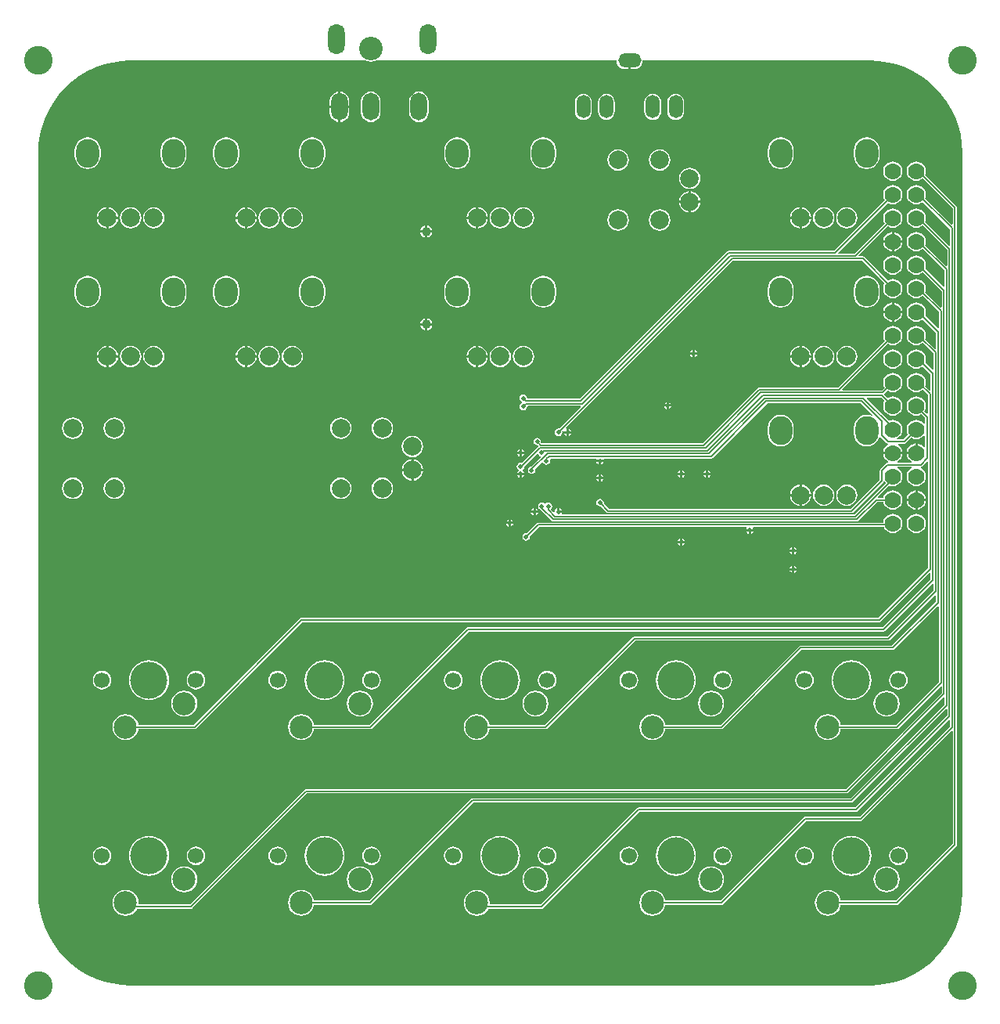
<source format=gbl>
G04 Layer_Physical_Order=2*
G04 Layer_Color=12500520*
%FSLAX25Y25*%
%MOIN*%
G70*
G01*
G75*
%ADD20C,0.00591*%
%ADD22C,0.07000*%
%ADD23C,0.07874*%
%ADD24O,0.09843X0.12205*%
%ADD25C,0.15748*%
%ADD26C,0.09843*%
%ADD27C,0.06693*%
%ADD28O,0.07087X0.12992*%
%ADD29C,0.10022*%
%ADD30O,0.07087X0.11811*%
%ADD31O,0.05906X0.09843*%
%ADD32O,0.09843X0.05906*%
%ADD33C,0.12205*%
%ADD34C,0.01969*%
%ADD35C,0.02362*%
%ADD36C,0.03937*%
G36*
X771580Y806944D02*
X775406Y806377D01*
X779159Y805437D01*
X782801Y804134D01*
X786298Y802480D01*
X789615Y800491D01*
X792723Y798187D01*
X795589Y795589D01*
X798186Y792723D01*
X800491Y789616D01*
X802479Y786298D01*
X804133Y782801D01*
X805436Y779159D01*
X806376Y775407D01*
X806944Y771580D01*
X807109Y768217D01*
X807086Y767717D01*
X807086D01*
X807126Y452599D01*
X806944Y448892D01*
X806377Y445066D01*
X805437Y441314D01*
X804134Y437672D01*
X802480Y434175D01*
X800491Y430857D01*
X798187Y427750D01*
X795589Y424884D01*
X792723Y422286D01*
X789616Y419981D01*
X786298Y417993D01*
X782801Y416339D01*
X779159Y415036D01*
X775407Y414096D01*
X771580Y413528D01*
X767764Y413341D01*
X767717Y413386D01*
Y413386D01*
X452756Y413338D01*
X452756Y413338D01*
X448892Y413528D01*
X445066Y414096D01*
X441314Y415036D01*
X437671Y416339D01*
X434174Y417993D01*
X430857Y419981D01*
X427750Y422286D01*
X424883Y424883D01*
X422286Y427750D01*
X419981Y430857D01*
X417993Y434174D01*
X416339Y437671D01*
X415036Y441314D01*
X414096Y445066D01*
X413528Y448892D01*
X413363Y452256D01*
X413386Y452756D01*
X413386D01*
X413338Y767717D01*
Y767717D01*
X413528Y771580D01*
X414096Y775407D01*
X415036Y779159D01*
X416339Y782801D01*
X417993Y786298D01*
X419981Y789616D01*
X422286Y792723D01*
X424884Y795589D01*
X427750Y798187D01*
X430857Y800491D01*
X434175Y802480D01*
X437671Y804134D01*
X441314Y805437D01*
X445066Y806377D01*
X448892Y806944D01*
X452256Y807110D01*
X452756Y807087D01*
X452756Y807087D01*
X452756Y807087D01*
X552837Y807087D01*
X553656Y806747D01*
X555118Y806555D01*
X556580Y806747D01*
X557400Y807087D01*
X659812Y807087D01*
X659934Y806162D01*
X660291Y805300D01*
X660859Y804560D01*
X661599Y803992D01*
X662461Y803634D01*
X663386Y803513D01*
X664854D01*
Y807087D01*
X665854D01*
Y803513D01*
X667323D01*
X668248Y803634D01*
X669110Y803992D01*
X669850Y804560D01*
X670418Y805300D01*
X670775Y806162D01*
X670897Y807087D01*
X748032Y807087D01*
X767717Y807134D01*
X771580Y806944D01*
D02*
G37*
%LPC*%
G36*
X560039Y629567D02*
X558857Y629411D01*
X557756Y628955D01*
X556810Y628229D01*
X556085Y627283D01*
X555628Y626182D01*
X555473Y625000D01*
X555628Y623818D01*
X556085Y622717D01*
X556810Y621771D01*
X557756Y621045D01*
X558857Y620589D01*
X560039Y620433D01*
X561221Y620589D01*
X562323Y621045D01*
X563269Y621771D01*
X563994Y622717D01*
X564450Y623818D01*
X564606Y625000D01*
X564450Y626182D01*
X563994Y627283D01*
X563269Y628229D01*
X562323Y628955D01*
X561221Y629411D01*
X560039Y629567D01*
D02*
G37*
G36*
X786980Y624099D02*
X786412Y624025D01*
X785417Y623612D01*
X784563Y622957D01*
X783907Y622102D01*
X783495Y621107D01*
X783420Y620539D01*
X786980D01*
Y624099D01*
D02*
G37*
G36*
X787980D02*
Y620539D01*
X791540D01*
X791466Y621107D01*
X791053Y622102D01*
X790398Y622957D01*
X789543Y623612D01*
X788548Y624025D01*
X787980Y624099D01*
D02*
G37*
G36*
X542323Y629567D02*
X541141Y629411D01*
X540039Y628955D01*
X539094Y628229D01*
X538368Y627283D01*
X537912Y626182D01*
X537756Y625000D01*
X537912Y623818D01*
X538368Y622717D01*
X539094Y621771D01*
X540039Y621045D01*
X541141Y620589D01*
X542323Y620433D01*
X543505Y620589D01*
X544606Y621045D01*
X545552Y621771D01*
X546278Y622717D01*
X546734Y623818D01*
X546889Y625000D01*
X546734Y626182D01*
X546278Y627283D01*
X545552Y628229D01*
X544606Y628955D01*
X543505Y629411D01*
X542323Y629567D01*
D02*
G37*
G36*
X742690Y621547D02*
X738689D01*
Y617546D01*
X739371Y617636D01*
X740472Y618092D01*
X741418Y618818D01*
X742144Y619764D01*
X742600Y620865D01*
X742690Y621547D01*
D02*
G37*
G36*
X428150Y629567D02*
X426968Y629411D01*
X425866Y628955D01*
X424921Y628229D01*
X424195Y627283D01*
X423739Y626182D01*
X423583Y625000D01*
X423739Y623818D01*
X424195Y622717D01*
X424921Y621771D01*
X425866Y621045D01*
X426968Y620589D01*
X428150Y620433D01*
X429331Y620589D01*
X430433Y621045D01*
X431379Y621771D01*
X432104Y622717D01*
X432561Y623818D01*
X432716Y625000D01*
X432561Y626182D01*
X432104Y627283D01*
X431379Y628229D01*
X430433Y628955D01*
X429331Y629411D01*
X428150Y629567D01*
D02*
G37*
G36*
X445866D02*
X444684Y629411D01*
X443583Y628955D01*
X442637Y628229D01*
X441911Y627283D01*
X441455Y626182D01*
X441299Y625000D01*
X441455Y623818D01*
X441911Y622717D01*
X442637Y621771D01*
X443583Y621045D01*
X444684Y620589D01*
X445866Y620433D01*
X447048Y620589D01*
X448149Y621045D01*
X449095Y621771D01*
X449821Y622717D01*
X450277Y623818D01*
X450433Y625000D01*
X450277Y626182D01*
X449821Y627283D01*
X449095Y628229D01*
X448149Y628955D01*
X447048Y629411D01*
X445866Y629567D01*
D02*
G37*
G36*
X577336Y632295D02*
X573335D01*
Y628295D01*
X574017Y628384D01*
X575118Y628840D01*
X576064Y629566D01*
X576790Y630512D01*
X577246Y631613D01*
X577336Y632295D01*
D02*
G37*
G36*
X572335D02*
X568334D01*
X568424Y631613D01*
X568880Y630512D01*
X569606Y629566D01*
X570551Y628840D01*
X571653Y628384D01*
X572335Y628295D01*
Y632295D01*
D02*
G37*
G36*
X686902Y630602D02*
X685895D01*
X685918Y630488D01*
X686266Y629967D01*
X686787Y629619D01*
X686902Y629596D01*
Y630602D01*
D02*
G37*
G36*
X654262Y629028D02*
X653256D01*
Y628021D01*
X653370Y628044D01*
X653891Y628392D01*
X654239Y628913D01*
X654262Y629028D01*
D02*
G37*
G36*
X737689Y626548D02*
X737007Y626458D01*
X735906Y626002D01*
X734960Y625276D01*
X734234Y624331D01*
X733778Y623229D01*
X733688Y622547D01*
X737689D01*
Y626548D01*
D02*
G37*
G36*
X738689D02*
Y622547D01*
X742690D01*
X742600Y623229D01*
X742144Y624331D01*
X741418Y625276D01*
X740472Y626002D01*
X739371Y626458D01*
X738689Y626548D01*
D02*
G37*
G36*
X652256Y629028D02*
X651250D01*
X651272Y628913D01*
X651620Y628392D01*
X652141Y628044D01*
X652256Y628021D01*
Y629028D01*
D02*
G37*
G36*
X624303Y614461D02*
X623297D01*
X623320Y614346D01*
X623668Y613825D01*
X624189Y613477D01*
X624303Y613454D01*
Y614461D01*
D02*
G37*
G36*
X626309D02*
X625303D01*
Y613454D01*
X625418Y613477D01*
X625939Y613825D01*
X626287Y614346D01*
X626309Y614461D01*
D02*
G37*
G36*
X624303Y616467D02*
X624189Y616444D01*
X623668Y616096D01*
X623320Y615575D01*
X623297Y615461D01*
X624303D01*
Y616467D01*
D02*
G37*
G36*
X614673Y611742D02*
Y610736D01*
X615679D01*
X615657Y610851D01*
X615309Y611372D01*
X614788Y611720D01*
X614673Y611742D01*
D02*
G37*
G36*
X613673Y609736D02*
X612667D01*
X612690Y609622D01*
X613038Y609101D01*
X613559Y608753D01*
X613673Y608730D01*
Y609736D01*
D02*
G37*
G36*
X615679D02*
X614673D01*
Y608730D01*
X614788Y608753D01*
X615309Y609101D01*
X615657Y609622D01*
X615679Y609736D01*
D02*
G37*
G36*
X613673Y611742D02*
X613559Y611720D01*
X613038Y611372D01*
X612690Y610851D01*
X612667Y610736D01*
X613673D01*
Y611742D01*
D02*
G37*
G36*
X748032Y626614D02*
X746850Y626458D01*
X745748Y626002D01*
X744802Y625276D01*
X744077Y624331D01*
X743620Y623229D01*
X743465Y622047D01*
X743620Y620865D01*
X744077Y619764D01*
X744802Y618818D01*
X745748Y618092D01*
X746850Y617636D01*
X748032Y617481D01*
X749213Y617636D01*
X750315Y618092D01*
X751261Y618818D01*
X751986Y619764D01*
X752443Y620865D01*
X752598Y622047D01*
X752443Y623229D01*
X751986Y624331D01*
X751261Y625276D01*
X750315Y626002D01*
X749213Y626458D01*
X748032Y626614D01*
D02*
G37*
G36*
X757874D02*
X756692Y626458D01*
X755591Y626002D01*
X754645Y625276D01*
X753919Y624331D01*
X753463Y623229D01*
X753307Y622047D01*
X753463Y620865D01*
X753919Y619764D01*
X754645Y618818D01*
X755591Y618092D01*
X756692Y617636D01*
X757874Y617481D01*
X759056Y617636D01*
X760157Y618092D01*
X761103Y618818D01*
X761829Y619764D01*
X762285Y620865D01*
X762441Y622047D01*
X762285Y623229D01*
X761829Y624331D01*
X761103Y625276D01*
X760157Y626002D01*
X759056Y626458D01*
X757874Y626614D01*
D02*
G37*
G36*
X737689Y621547D02*
X733688D01*
X733778Y620865D01*
X734234Y619764D01*
X734960Y618818D01*
X735906Y618092D01*
X737007Y617636D01*
X737689Y617546D01*
Y621547D01*
D02*
G37*
G36*
X791540Y619539D02*
X787980D01*
Y615979D01*
X788548Y616054D01*
X789543Y616466D01*
X790398Y617122D01*
X791053Y617976D01*
X791466Y618971D01*
X791540Y619539D01*
D02*
G37*
G36*
X625303Y616467D02*
Y615461D01*
X626309D01*
X626287Y615575D01*
X625939Y616096D01*
X625418Y616444D01*
X625303Y616467D01*
D02*
G37*
G36*
X635539D02*
Y615461D01*
X636546D01*
X636523Y615575D01*
X636175Y616096D01*
X635654Y616444D01*
X635539Y616467D01*
D02*
G37*
G36*
X786980Y619539D02*
X783420D01*
X783495Y618971D01*
X783907Y617976D01*
X784563Y617122D01*
X785417Y616466D01*
X786412Y616054D01*
X786980Y615979D01*
Y619539D01*
D02*
G37*
G36*
Y644099D02*
X786412Y644025D01*
X785417Y643612D01*
X784563Y642957D01*
X783907Y642102D01*
X783495Y641107D01*
X783420Y640539D01*
X786980D01*
Y644099D01*
D02*
G37*
G36*
X618398Y641664D02*
X618283Y641641D01*
X617762Y641293D01*
X617414Y640772D01*
X617391Y640658D01*
X618398D01*
Y641664D01*
D02*
G37*
G36*
X619398D02*
Y640658D01*
X620404D01*
X620381Y640772D01*
X620033Y641293D01*
X619512Y641641D01*
X619398Y641664D01*
D02*
G37*
G36*
X620404Y639657D02*
X619398D01*
Y638651D01*
X619512Y638674D01*
X620033Y639022D01*
X620381Y639543D01*
X620404Y639657D01*
D02*
G37*
G36*
X654262Y636114D02*
X653256D01*
Y635108D01*
X653370Y635131D01*
X653891Y635479D01*
X654239Y636000D01*
X654262Y636114D01*
D02*
G37*
G36*
X572835Y647362D02*
X571653Y647206D01*
X570551Y646750D01*
X569606Y646024D01*
X568880Y645079D01*
X568424Y643977D01*
X568268Y642795D01*
X568424Y641613D01*
X568880Y640512D01*
X569606Y639566D01*
X570551Y638840D01*
X571653Y638384D01*
X572835Y638229D01*
X574017Y638384D01*
X575118Y638840D01*
X576064Y639566D01*
X576790Y640512D01*
X577246Y641613D01*
X577401Y642795D01*
X577246Y643977D01*
X576790Y645079D01*
X576064Y646024D01*
X575118Y646750D01*
X574017Y647206D01*
X572835Y647362D01*
D02*
G37*
G36*
X618398Y639657D02*
X617391D01*
X617414Y639543D01*
X617762Y639022D01*
X618283Y638674D01*
X618398Y638651D01*
Y639657D01*
D02*
G37*
G36*
X560039Y655157D02*
X558857Y655002D01*
X557756Y654545D01*
X556810Y653820D01*
X556085Y652874D01*
X555628Y651772D01*
X555473Y650591D01*
X555628Y649409D01*
X556085Y648307D01*
X556810Y647362D01*
X557756Y646636D01*
X558857Y646179D01*
X560039Y646024D01*
X561221Y646179D01*
X562323Y646636D01*
X563269Y647362D01*
X563994Y648307D01*
X564450Y649409D01*
X564606Y650591D01*
X564450Y651772D01*
X563994Y652874D01*
X563269Y653820D01*
X562323Y654545D01*
X561221Y655002D01*
X560039Y655157D01*
D02*
G37*
G36*
X638476Y648319D02*
X637470D01*
X637493Y648204D01*
X637841Y647683D01*
X638362Y647335D01*
X638476Y647313D01*
Y648319D01*
D02*
G37*
G36*
X640483D02*
X639476D01*
Y647313D01*
X639591Y647335D01*
X640112Y647683D01*
X640460Y648204D01*
X640483Y648319D01*
D02*
G37*
G36*
X542323Y655157D02*
X541141Y655002D01*
X540039Y654545D01*
X539094Y653820D01*
X538368Y652874D01*
X537912Y651772D01*
X537756Y650591D01*
X537912Y649409D01*
X538368Y648307D01*
X539094Y647362D01*
X540039Y646636D01*
X541141Y646179D01*
X542323Y646024D01*
X543505Y646179D01*
X544606Y646636D01*
X545552Y647362D01*
X546278Y648307D01*
X546734Y649409D01*
X546889Y650591D01*
X546734Y651772D01*
X546278Y652874D01*
X545552Y653820D01*
X544606Y654545D01*
X543505Y655002D01*
X542323Y655157D01*
D02*
G37*
G36*
X729724Y656347D02*
X728286Y656157D01*
X726945Y655602D01*
X725793Y654718D01*
X724910Y653567D01*
X724355Y652226D01*
X724165Y650787D01*
Y648425D01*
X724355Y646986D01*
X724910Y645646D01*
X725793Y644494D01*
X726945Y643611D01*
X728286Y643055D01*
X729724Y642866D01*
X731163Y643055D01*
X732504Y643611D01*
X733656Y644494D01*
X734539Y645646D01*
X735094Y646986D01*
X735284Y648425D01*
Y650787D01*
X735094Y652226D01*
X734539Y653567D01*
X733656Y654718D01*
X732504Y655602D01*
X731163Y656157D01*
X729724Y656347D01*
D02*
G37*
G36*
X428150Y655157D02*
X426968Y655002D01*
X425866Y654545D01*
X424921Y653820D01*
X424195Y652874D01*
X423739Y651772D01*
X423583Y650591D01*
X423739Y649409D01*
X424195Y648307D01*
X424921Y647362D01*
X425866Y646636D01*
X426968Y646179D01*
X428150Y646024D01*
X429331Y646179D01*
X430433Y646636D01*
X431379Y647362D01*
X432104Y648307D01*
X432561Y649409D01*
X432716Y650591D01*
X432561Y651772D01*
X432104Y652874D01*
X431379Y653820D01*
X430433Y654545D01*
X429331Y655002D01*
X428150Y655157D01*
D02*
G37*
G36*
X445866D02*
X444684Y655002D01*
X443583Y654545D01*
X442637Y653820D01*
X441911Y652874D01*
X441455Y651772D01*
X441299Y650591D01*
X441455Y649409D01*
X441911Y648307D01*
X442637Y647362D01*
X443583Y646636D01*
X444684Y646179D01*
X445866Y646024D01*
X447048Y646179D01*
X448149Y646636D01*
X449095Y647362D01*
X449821Y648307D01*
X450277Y649409D01*
X450433Y650591D01*
X450277Y651772D01*
X449821Y652874D01*
X449095Y653820D01*
X448149Y654545D01*
X447048Y655002D01*
X445866Y655157D01*
D02*
G37*
G36*
X620404Y630602D02*
X619398D01*
Y629596D01*
X619512Y629619D01*
X620033Y629967D01*
X620381Y630488D01*
X620404Y630602D01*
D02*
G37*
G36*
X652256Y631034D02*
X652141Y631011D01*
X651620Y630663D01*
X651272Y630142D01*
X651250Y630028D01*
X652256D01*
Y631034D01*
D02*
G37*
G36*
X653256D02*
Y630028D01*
X654262D01*
X654239Y630142D01*
X653891Y630663D01*
X653370Y631011D01*
X653256Y631034D01*
D02*
G37*
G36*
X618398Y630602D02*
X617391D01*
X617414Y630488D01*
X617762Y629967D01*
X618283Y629619D01*
X618398Y629596D01*
Y630602D01*
D02*
G37*
G36*
X688908Y630602D02*
X687902D01*
Y629596D01*
X688016Y629619D01*
X688537Y629967D01*
X688885Y630488D01*
X688908Y630602D01*
D02*
G37*
G36*
X697925D02*
X696919D01*
X696942Y630488D01*
X697290Y629967D01*
X697811Y629619D01*
X697925Y629596D01*
Y630602D01*
D02*
G37*
G36*
X699931D02*
X698925D01*
Y629596D01*
X699040Y629619D01*
X699561Y629967D01*
X699909Y630488D01*
X699931Y630602D01*
D02*
G37*
G36*
X572335Y637296D02*
X571653Y637206D01*
X570551Y636750D01*
X569606Y636024D01*
X568880Y635079D01*
X568424Y633977D01*
X568334Y633295D01*
X572335D01*
Y637296D01*
D02*
G37*
G36*
X573335Y637296D02*
Y633295D01*
X577336D01*
X577246Y633977D01*
X576790Y635079D01*
X576064Y636024D01*
X575118Y636750D01*
X574017Y637206D01*
X573335Y637296D01*
D02*
G37*
G36*
X652256Y636114D02*
X651250D01*
X651272Y636000D01*
X651620Y635479D01*
X652141Y635131D01*
X652256Y635108D01*
Y636114D01*
D02*
G37*
G36*
X698925Y632609D02*
Y631602D01*
X699931D01*
X699909Y631717D01*
X699561Y632238D01*
X699040Y632586D01*
X698925Y632609D01*
D02*
G37*
G36*
X686902D02*
X686787Y632586D01*
X686266Y632238D01*
X685918Y631717D01*
X685895Y631602D01*
X686902D01*
Y632609D01*
D02*
G37*
G36*
X687902D02*
Y631602D01*
X688908D01*
X688885Y631717D01*
X688537Y632238D01*
X688016Y632586D01*
X687902Y632609D01*
D02*
G37*
G36*
X697925D02*
X697811Y632586D01*
X697290Y632238D01*
X696942Y631717D01*
X696919Y631602D01*
X697925D01*
Y632609D01*
D02*
G37*
G36*
X739843Y472475D02*
X738815Y472340D01*
X737857Y471943D01*
X737035Y471312D01*
X736404Y470489D01*
X736007Y469532D01*
X735872Y468504D01*
X736007Y467476D01*
X736404Y466518D01*
X737035Y465696D01*
X737857Y465065D01*
X738815Y464668D01*
X739843Y464533D01*
X740870Y464668D01*
X741828Y465065D01*
X742650Y465696D01*
X743282Y466518D01*
X743678Y467476D01*
X743814Y468504D01*
X743678Y469532D01*
X743282Y470489D01*
X742650Y471312D01*
X741828Y471943D01*
X740870Y472340D01*
X739843Y472475D01*
D02*
G37*
G36*
X779843D02*
X778815Y472340D01*
X777857Y471943D01*
X777035Y471312D01*
X776404Y470489D01*
X776007Y469532D01*
X775872Y468504D01*
X776007Y467476D01*
X776404Y466518D01*
X777035Y465696D01*
X777857Y465065D01*
X778815Y464668D01*
X779843Y464533D01*
X780870Y464668D01*
X781828Y465065D01*
X782650Y465696D01*
X783282Y466518D01*
X783678Y467476D01*
X783813Y468504D01*
X783678Y469532D01*
X783282Y470489D01*
X782650Y471312D01*
X781828Y471943D01*
X780870Y472340D01*
X779843Y472475D01*
D02*
G37*
G36*
X475630Y538867D02*
X474191Y538677D01*
X472850Y538122D01*
X471699Y537238D01*
X470815Y536087D01*
X470260Y534746D01*
X470071Y533307D01*
X470260Y531868D01*
X470815Y530527D01*
X471699Y529376D01*
X472850Y528492D01*
X474191Y527937D01*
X475630Y527748D01*
X477069Y527937D01*
X478410Y528492D01*
X479561Y529376D01*
X480444Y530527D01*
X481000Y531868D01*
X481189Y533307D01*
X481000Y534746D01*
X480444Y536087D01*
X479561Y537238D01*
X478410Y538122D01*
X477069Y538677D01*
X475630Y538867D01*
D02*
G37*
G36*
X705039Y472475D02*
X704012Y472340D01*
X703054Y471943D01*
X702232Y471312D01*
X701600Y470489D01*
X701204Y469532D01*
X701068Y468504D01*
X701204Y467476D01*
X701600Y466518D01*
X702232Y465696D01*
X703054Y465065D01*
X704012Y464668D01*
X705039Y464533D01*
X706067Y464668D01*
X707025Y465065D01*
X707847Y465696D01*
X708478Y466518D01*
X708875Y467476D01*
X709010Y468504D01*
X708875Y469532D01*
X708478Y470489D01*
X707847Y471312D01*
X707025Y471943D01*
X706067Y472340D01*
X705039Y472475D01*
D02*
G37*
G36*
X590236D02*
X589209Y472340D01*
X588251Y471943D01*
X587428Y471312D01*
X586797Y470489D01*
X586401Y469532D01*
X586265Y468504D01*
X586401Y467476D01*
X586797Y466518D01*
X587428Y465696D01*
X588251Y465065D01*
X589209Y464668D01*
X590236Y464533D01*
X591264Y464668D01*
X592222Y465065D01*
X593044Y465696D01*
X593675Y466518D01*
X594072Y467476D01*
X594207Y468504D01*
X594072Y469532D01*
X593675Y470489D01*
X593044Y471312D01*
X592222Y471943D01*
X591264Y472340D01*
X590236Y472475D01*
D02*
G37*
G36*
X630236D02*
X629209Y472340D01*
X628251Y471943D01*
X627428Y471312D01*
X626797Y470489D01*
X626401Y469532D01*
X626265Y468504D01*
X626401Y467476D01*
X626797Y466518D01*
X627428Y465696D01*
X628251Y465065D01*
X629209Y464668D01*
X630236Y464533D01*
X631264Y464668D01*
X632222Y465065D01*
X633044Y465696D01*
X633675Y466518D01*
X634072Y467476D01*
X634207Y468504D01*
X634072Y469532D01*
X633675Y470489D01*
X633044Y471312D01*
X632222Y471943D01*
X631264Y472340D01*
X630236Y472475D01*
D02*
G37*
G36*
X665039D02*
X664012Y472340D01*
X663054Y471943D01*
X662231Y471312D01*
X661600Y470489D01*
X661204Y469532D01*
X661068Y468504D01*
X661204Y467476D01*
X661600Y466518D01*
X662231Y465696D01*
X663054Y465065D01*
X664012Y464668D01*
X665039Y464533D01*
X666067Y464668D01*
X667025Y465065D01*
X667847Y465696D01*
X668478Y466518D01*
X668875Y467476D01*
X669010Y468504D01*
X668875Y469532D01*
X668478Y470489D01*
X667847Y471312D01*
X667025Y471943D01*
X666067Y472340D01*
X665039Y472475D01*
D02*
G37*
G36*
X460630Y551813D02*
X458971Y551649D01*
X457375Y551165D01*
X455904Y550379D01*
X454616Y549321D01*
X453558Y548033D01*
X452772Y546562D01*
X452288Y544966D01*
X452124Y543307D01*
X452288Y541648D01*
X452772Y540052D01*
X453558Y538582D01*
X454616Y537293D01*
X455904Y536235D01*
X457375Y535449D01*
X458971Y534965D01*
X460630Y534802D01*
X462289Y534965D01*
X463885Y535449D01*
X465355Y536235D01*
X466644Y537293D01*
X467702Y538582D01*
X468488Y540052D01*
X468972Y541648D01*
X469135Y543307D01*
X468972Y544966D01*
X468488Y546562D01*
X467702Y548033D01*
X466644Y549321D01*
X465355Y550379D01*
X463885Y551165D01*
X462289Y551649D01*
X460630Y551813D01*
D02*
G37*
G36*
X535433D02*
X533774Y551649D01*
X532178Y551165D01*
X530708Y550379D01*
X529419Y549321D01*
X528361Y548033D01*
X527575Y546562D01*
X527091Y544966D01*
X526928Y543307D01*
X527091Y541648D01*
X527575Y540052D01*
X528361Y538582D01*
X529419Y537293D01*
X530708Y536235D01*
X532178Y535449D01*
X533774Y534965D01*
X535433Y534802D01*
X537092Y534965D01*
X538688Y535449D01*
X540159Y536235D01*
X541447Y537293D01*
X542505Y538582D01*
X543291Y540052D01*
X543775Y541648D01*
X543939Y543307D01*
X543775Y544966D01*
X543291Y546562D01*
X542505Y548033D01*
X541447Y549321D01*
X540159Y550379D01*
X538688Y551165D01*
X537092Y551649D01*
X535433Y551813D01*
D02*
G37*
G36*
X610236D02*
X608577Y551649D01*
X606981Y551165D01*
X605511Y550379D01*
X604222Y549321D01*
X603164Y548033D01*
X602378Y546562D01*
X601894Y544966D01*
X601731Y543307D01*
X601894Y541648D01*
X602378Y540052D01*
X603164Y538582D01*
X604222Y537293D01*
X605511Y536235D01*
X606981Y535449D01*
X608577Y534965D01*
X610236Y534802D01*
X611896Y534965D01*
X613491Y535449D01*
X614962Y536235D01*
X616251Y537293D01*
X617308Y538582D01*
X618094Y540052D01*
X618578Y541648D01*
X618742Y543307D01*
X618578Y544966D01*
X618094Y546562D01*
X617308Y548033D01*
X616251Y549321D01*
X614962Y550379D01*
X613491Y551165D01*
X611896Y551649D01*
X610236Y551813D01*
D02*
G37*
G36*
X774843Y538867D02*
X773404Y538677D01*
X772063Y538122D01*
X770911Y537238D01*
X770028Y536087D01*
X769473Y534746D01*
X769283Y533307D01*
X769473Y531868D01*
X770028Y530527D01*
X770911Y529376D01*
X772063Y528492D01*
X773404Y527937D01*
X774843Y527748D01*
X776281Y527937D01*
X777622Y528492D01*
X778774Y529376D01*
X779657Y530527D01*
X780212Y531868D01*
X780402Y533307D01*
X780212Y534746D01*
X779657Y536087D01*
X778774Y537238D01*
X777622Y538122D01*
X776281Y538677D01*
X774843Y538867D01*
D02*
G37*
G36*
X550433D02*
X548994Y538677D01*
X547653Y538122D01*
X546502Y537238D01*
X545618Y536087D01*
X545063Y534746D01*
X544874Y533307D01*
X545063Y531868D01*
X545618Y530527D01*
X546502Y529376D01*
X547653Y528492D01*
X548994Y527937D01*
X550433Y527748D01*
X551872Y527937D01*
X553213Y528492D01*
X554364Y529376D01*
X555248Y530527D01*
X555803Y531868D01*
X555992Y533307D01*
X555803Y534746D01*
X555248Y536087D01*
X554364Y537238D01*
X553213Y538122D01*
X551872Y538677D01*
X550433Y538867D01*
D02*
G37*
G36*
X625236D02*
X623797Y538677D01*
X622457Y538122D01*
X621305Y537238D01*
X620422Y536087D01*
X619866Y534746D01*
X619677Y533307D01*
X619866Y531868D01*
X620422Y530527D01*
X621305Y529376D01*
X622457Y528492D01*
X623797Y527937D01*
X625236Y527748D01*
X626675Y527937D01*
X628016Y528492D01*
X629167Y529376D01*
X630051Y530527D01*
X630606Y531868D01*
X630796Y533307D01*
X630606Y534746D01*
X630051Y536087D01*
X629167Y537238D01*
X628016Y538122D01*
X626675Y538677D01*
X625236Y538867D01*
D02*
G37*
G36*
X700039D02*
X698600Y538677D01*
X697260Y538122D01*
X696108Y537238D01*
X695225Y536087D01*
X694669Y534746D01*
X694480Y533307D01*
X694669Y531868D01*
X695225Y530527D01*
X696108Y529376D01*
X697260Y528492D01*
X698600Y527937D01*
X700039Y527748D01*
X701478Y527937D01*
X702819Y528492D01*
X703970Y529376D01*
X704854Y530527D01*
X705409Y531868D01*
X705599Y533307D01*
X705409Y534746D01*
X704854Y536087D01*
X703970Y537238D01*
X702819Y538122D01*
X701478Y538677D01*
X700039Y538867D01*
D02*
G37*
G36*
X774843Y464063D02*
X773404Y463874D01*
X772063Y463318D01*
X770911Y462435D01*
X770028Y461284D01*
X769473Y459943D01*
X769283Y458504D01*
X769473Y457065D01*
X770028Y455724D01*
X770911Y454573D01*
X772063Y453689D01*
X773404Y453134D01*
X774843Y452945D01*
X776281Y453134D01*
X777622Y453689D01*
X778774Y454573D01*
X779657Y455724D01*
X780212Y457065D01*
X780402Y458504D01*
X780212Y459943D01*
X779657Y461284D01*
X778774Y462435D01*
X777622Y463318D01*
X776281Y463874D01*
X774843Y464063D01*
D02*
G37*
G36*
X460630Y477009D02*
X458971Y476846D01*
X457375Y476362D01*
X455904Y475576D01*
X454616Y474518D01*
X453558Y473229D01*
X452772Y471759D01*
X452288Y470163D01*
X452124Y468504D01*
X452288Y466845D01*
X452772Y465249D01*
X453558Y463778D01*
X454616Y462490D01*
X455904Y461432D01*
X457375Y460646D01*
X458971Y460162D01*
X460630Y459998D01*
X462289Y460162D01*
X463885Y460646D01*
X465355Y461432D01*
X466644Y462490D01*
X467702Y463778D01*
X468488Y465249D01*
X468972Y466845D01*
X469135Y468504D01*
X468972Y470163D01*
X468488Y471759D01*
X467702Y473229D01*
X466644Y474518D01*
X465355Y475576D01*
X463885Y476362D01*
X462289Y476846D01*
X460630Y477009D01*
D02*
G37*
G36*
X535433D02*
X533774Y476846D01*
X532178Y476362D01*
X530708Y475576D01*
X529419Y474518D01*
X528361Y473229D01*
X527575Y471759D01*
X527091Y470163D01*
X526928Y468504D01*
X527091Y466845D01*
X527575Y465249D01*
X528361Y463778D01*
X529419Y462490D01*
X530708Y461432D01*
X532178Y460646D01*
X533774Y460162D01*
X535433Y459998D01*
X537092Y460162D01*
X538688Y460646D01*
X540159Y461432D01*
X541447Y462490D01*
X542505Y463778D01*
X543291Y465249D01*
X543775Y466845D01*
X543939Y468504D01*
X543775Y470163D01*
X543291Y471759D01*
X542505Y473229D01*
X541447Y474518D01*
X540159Y475576D01*
X538688Y476362D01*
X537092Y476846D01*
X535433Y477009D01*
D02*
G37*
G36*
X700039Y464063D02*
X698600Y463874D01*
X697260Y463318D01*
X696108Y462435D01*
X695225Y461284D01*
X694669Y459943D01*
X694480Y458504D01*
X694669Y457065D01*
X695225Y455724D01*
X696108Y454573D01*
X697260Y453689D01*
X698600Y453134D01*
X700039Y452945D01*
X701478Y453134D01*
X702819Y453689D01*
X703970Y454573D01*
X704854Y455724D01*
X705409Y457065D01*
X705599Y458504D01*
X705409Y459943D01*
X704854Y461284D01*
X703970Y462435D01*
X702819Y463318D01*
X701478Y463874D01*
X700039Y464063D01*
D02*
G37*
G36*
X475630D02*
X474191Y463874D01*
X472850Y463318D01*
X471699Y462435D01*
X470815Y461284D01*
X470260Y459943D01*
X470071Y458504D01*
X470260Y457065D01*
X470815Y455724D01*
X471699Y454573D01*
X472850Y453689D01*
X474191Y453134D01*
X475630Y452945D01*
X477069Y453134D01*
X478410Y453689D01*
X479561Y454573D01*
X480444Y455724D01*
X481000Y457065D01*
X481189Y458504D01*
X481000Y459943D01*
X480444Y461284D01*
X479561Y462435D01*
X478410Y463318D01*
X477069Y463874D01*
X475630Y464063D01*
D02*
G37*
G36*
X550433D02*
X548994Y463874D01*
X547653Y463318D01*
X546502Y462435D01*
X545618Y461284D01*
X545063Y459943D01*
X544874Y458504D01*
X545063Y457065D01*
X545618Y455724D01*
X546502Y454573D01*
X547653Y453689D01*
X548994Y453134D01*
X550433Y452945D01*
X551872Y453134D01*
X553213Y453689D01*
X554364Y454573D01*
X555248Y455724D01*
X555803Y457065D01*
X555992Y458504D01*
X555803Y459943D01*
X555248Y461284D01*
X554364Y462435D01*
X553213Y463318D01*
X551872Y463874D01*
X550433Y464063D01*
D02*
G37*
G36*
X625236D02*
X623797Y463874D01*
X622457Y463318D01*
X621305Y462435D01*
X620422Y461284D01*
X619866Y459943D01*
X619677Y458504D01*
X619866Y457065D01*
X620422Y455724D01*
X621305Y454573D01*
X622457Y453689D01*
X623797Y453134D01*
X625236Y452945D01*
X626675Y453134D01*
X628016Y453689D01*
X629167Y454573D01*
X630051Y455724D01*
X630606Y457065D01*
X630796Y458504D01*
X630606Y459943D01*
X630051Y461284D01*
X629167Y462435D01*
X628016Y463318D01*
X626675Y463874D01*
X625236Y464063D01*
D02*
G37*
G36*
X480630Y472475D02*
X479602Y472340D01*
X478644Y471943D01*
X477822Y471312D01*
X477191Y470489D01*
X476794Y469532D01*
X476659Y468504D01*
X476794Y467476D01*
X477191Y466518D01*
X477822Y465696D01*
X478644Y465065D01*
X479602Y464668D01*
X480630Y464533D01*
X481658Y464668D01*
X482615Y465065D01*
X483438Y465696D01*
X484069Y466518D01*
X484466Y467476D01*
X484601Y468504D01*
X484466Y469532D01*
X484069Y470489D01*
X483438Y471312D01*
X482615Y471943D01*
X481658Y472340D01*
X480630Y472475D01*
D02*
G37*
G36*
X515433D02*
X514405Y472340D01*
X513448Y471943D01*
X512625Y471312D01*
X511994Y470489D01*
X511597Y469532D01*
X511462Y468504D01*
X511597Y467476D01*
X511994Y466518D01*
X512625Y465696D01*
X513448Y465065D01*
X514405Y464668D01*
X515433Y464533D01*
X516461Y464668D01*
X517419Y465065D01*
X518241Y465696D01*
X518872Y466518D01*
X519269Y467476D01*
X519404Y468504D01*
X519269Y469532D01*
X518872Y470489D01*
X518241Y471312D01*
X517419Y471943D01*
X516461Y472340D01*
X515433Y472475D01*
D02*
G37*
G36*
X555433D02*
X554405Y472340D01*
X553448Y471943D01*
X552625Y471312D01*
X551994Y470489D01*
X551597Y469532D01*
X551462Y468504D01*
X551597Y467476D01*
X551994Y466518D01*
X552625Y465696D01*
X553448Y465065D01*
X554405Y464668D01*
X555433Y464533D01*
X556461Y464668D01*
X557419Y465065D01*
X558241Y465696D01*
X558872Y466518D01*
X559269Y467476D01*
X559404Y468504D01*
X559269Y469532D01*
X558872Y470489D01*
X558241Y471312D01*
X557419Y471943D01*
X556461Y472340D01*
X555433Y472475D01*
D02*
G37*
G36*
X440630D02*
X439602Y472340D01*
X438644Y471943D01*
X437822Y471312D01*
X437191Y470489D01*
X436794Y469532D01*
X436659Y468504D01*
X436794Y467476D01*
X437191Y466518D01*
X437822Y465696D01*
X438644Y465065D01*
X439602Y464668D01*
X440630Y464533D01*
X441658Y464668D01*
X442615Y465065D01*
X443438Y465696D01*
X444069Y466518D01*
X444466Y467476D01*
X444601Y468504D01*
X444466Y469532D01*
X444069Y470489D01*
X443438Y471312D01*
X442615Y471943D01*
X441658Y472340D01*
X440630Y472475D01*
D02*
G37*
G36*
X610236Y477009D02*
X608577Y476846D01*
X606981Y476362D01*
X605511Y475576D01*
X604222Y474518D01*
X603164Y473229D01*
X602378Y471759D01*
X601894Y470163D01*
X601731Y468504D01*
X601894Y466845D01*
X602378Y465249D01*
X603164Y463778D01*
X604222Y462490D01*
X605511Y461432D01*
X606981Y460646D01*
X608577Y460162D01*
X610236Y459998D01*
X611896Y460162D01*
X613491Y460646D01*
X614962Y461432D01*
X616251Y462490D01*
X617308Y463778D01*
X618094Y465249D01*
X618578Y466845D01*
X618742Y468504D01*
X618578Y470163D01*
X618094Y471759D01*
X617308Y473229D01*
X616251Y474518D01*
X614962Y475576D01*
X613491Y476362D01*
X611896Y476846D01*
X610236Y477009D01*
D02*
G37*
G36*
X685039D02*
X683380Y476846D01*
X681784Y476362D01*
X680314Y475576D01*
X679025Y474518D01*
X677967Y473229D01*
X677181Y471759D01*
X676697Y470163D01*
X676534Y468504D01*
X676697Y466845D01*
X677181Y465249D01*
X677967Y463778D01*
X679025Y462490D01*
X680314Y461432D01*
X681784Y460646D01*
X683380Y460162D01*
X685039Y459998D01*
X686699Y460162D01*
X688294Y460646D01*
X689765Y461432D01*
X691054Y462490D01*
X692111Y463778D01*
X692898Y465249D01*
X693382Y466845D01*
X693545Y468504D01*
X693382Y470163D01*
X692898Y471759D01*
X692111Y473229D01*
X691054Y474518D01*
X689765Y475576D01*
X688294Y476362D01*
X686699Y476846D01*
X685039Y477009D01*
D02*
G37*
G36*
X759842D02*
X758183Y476846D01*
X756588Y476362D01*
X755117Y475576D01*
X753828Y474518D01*
X752770Y473229D01*
X751984Y471759D01*
X751500Y470163D01*
X751337Y468504D01*
X751500Y466845D01*
X751984Y465249D01*
X752770Y463778D01*
X753828Y462490D01*
X755117Y461432D01*
X756588Y460646D01*
X758183Y460162D01*
X759842Y459998D01*
X761502Y460162D01*
X763097Y460646D01*
X764568Y461432D01*
X765857Y462490D01*
X766915Y463778D01*
X767701Y465249D01*
X768185Y466845D01*
X768348Y468504D01*
X768185Y470163D01*
X767701Y471759D01*
X766915Y473229D01*
X765857Y474518D01*
X764568Y475576D01*
X763097Y476362D01*
X761502Y476846D01*
X759842Y477009D01*
D02*
G37*
G36*
X734539Y599931D02*
X734425Y599909D01*
X733904Y599561D01*
X733556Y599040D01*
X733533Y598925D01*
X734539D01*
Y599931D01*
D02*
G37*
G36*
X735539D02*
Y598925D01*
X736546D01*
X736523Y599040D01*
X736175Y599561D01*
X735654Y599909D01*
X735539Y599931D01*
D02*
G37*
G36*
X686902Y601705D02*
X685895D01*
X685918Y601590D01*
X686266Y601069D01*
X686787Y600721D01*
X686902Y600699D01*
Y601705D01*
D02*
G37*
G36*
X736546Y597925D02*
X735539D01*
Y596919D01*
X735654Y596942D01*
X736175Y597290D01*
X736523Y597811D01*
X736546Y597925D01*
D02*
G37*
G36*
X734539Y592057D02*
X734425Y592035D01*
X733904Y591686D01*
X733556Y591166D01*
X733533Y591051D01*
X734539D01*
Y592057D01*
D02*
G37*
G36*
X735539D02*
Y591051D01*
X736546D01*
X736523Y591166D01*
X736175Y591686D01*
X735654Y592035D01*
X735539Y592057D01*
D02*
G37*
G36*
X734539Y597925D02*
X733533D01*
X733556Y597811D01*
X733904Y597290D01*
X734425Y596942D01*
X734539Y596919D01*
Y597925D01*
D02*
G37*
G36*
X718042Y606587D02*
X717035D01*
Y605580D01*
X717150Y605603D01*
X717671Y605951D01*
X718019Y606472D01*
X718042Y606587D01*
D02*
G37*
G36*
X777480Y614165D02*
X776412Y614025D01*
X775417Y613613D01*
X774563Y612957D01*
X773907Y612102D01*
X773495Y611107D01*
X773396Y610352D01*
X626378D01*
X626032Y610283D01*
X625739Y610087D01*
X621534Y605882D01*
X621260Y605936D01*
X620645Y605814D01*
X620124Y605466D01*
X619776Y604945D01*
X619654Y604331D01*
X619776Y603716D01*
X620124Y603195D01*
X620645Y602847D01*
X621260Y602725D01*
X621874Y602847D01*
X622395Y603195D01*
X622743Y603716D01*
X622865Y604331D01*
X622811Y604605D01*
X626752Y608546D01*
X715053D01*
X715282Y608046D01*
X715052Y607701D01*
X715029Y607587D01*
X718042D01*
X718019Y607701D01*
X717789Y608046D01*
X718018Y608546D01*
X773671D01*
X773907Y607976D01*
X774563Y607122D01*
X775417Y606466D01*
X776412Y606054D01*
X777480Y605913D01*
X778548Y606054D01*
X779543Y606466D01*
X780398Y607122D01*
X781053Y607976D01*
X781466Y608972D01*
X781606Y610039D01*
X781466Y611107D01*
X781053Y612102D01*
X780398Y612957D01*
X779543Y613613D01*
X778548Y614025D01*
X777480Y614165D01*
D02*
G37*
G36*
X787480D02*
X786412Y614025D01*
X785417Y613613D01*
X784563Y612957D01*
X783907Y612102D01*
X783495Y611107D01*
X783355Y610039D01*
X783495Y608972D01*
X783907Y607976D01*
X784563Y607122D01*
X785417Y606466D01*
X786412Y606054D01*
X787480Y605913D01*
X788548Y606054D01*
X789543Y606466D01*
X790398Y607122D01*
X791053Y607976D01*
X791466Y608972D01*
X791606Y610039D01*
X791466Y611107D01*
X791053Y612102D01*
X790398Y612957D01*
X789543Y613613D01*
X788548Y614025D01*
X787480Y614165D01*
D02*
G37*
G36*
X716035Y606587D02*
X715029D01*
X715052Y606472D01*
X715400Y605951D01*
X715921Y605603D01*
X716035Y605580D01*
Y606587D01*
D02*
G37*
G36*
X688908Y601705D02*
X687902D01*
Y600699D01*
X688016Y600721D01*
X688537Y601069D01*
X688885Y601590D01*
X688908Y601705D01*
D02*
G37*
G36*
X686902Y603711D02*
X686787Y603688D01*
X686266Y603340D01*
X685918Y602819D01*
X685895Y602705D01*
X686902D01*
Y603711D01*
D02*
G37*
G36*
X687902D02*
Y602705D01*
X688908D01*
X688885Y602819D01*
X688537Y603340D01*
X688016Y603688D01*
X687902Y603711D01*
D02*
G37*
G36*
X515433Y547278D02*
X514405Y547143D01*
X513448Y546746D01*
X512625Y546115D01*
X511994Y545293D01*
X511597Y544335D01*
X511462Y543307D01*
X511597Y542279D01*
X511994Y541322D01*
X512625Y540499D01*
X513448Y539868D01*
X514405Y539471D01*
X515433Y539336D01*
X516461Y539471D01*
X517419Y539868D01*
X518241Y540499D01*
X518872Y541322D01*
X519269Y542279D01*
X519404Y543307D01*
X519269Y544335D01*
X518872Y545293D01*
X518241Y546115D01*
X517419Y546746D01*
X516461Y547143D01*
X515433Y547278D01*
D02*
G37*
G36*
X555433D02*
X554405Y547143D01*
X553448Y546746D01*
X552625Y546115D01*
X551994Y545293D01*
X551597Y544335D01*
X551462Y543307D01*
X551597Y542279D01*
X551994Y541322D01*
X552625Y540499D01*
X553448Y539868D01*
X554405Y539471D01*
X555433Y539336D01*
X556461Y539471D01*
X557419Y539868D01*
X558241Y540499D01*
X558872Y541322D01*
X559269Y542279D01*
X559404Y543307D01*
X559269Y544335D01*
X558872Y545293D01*
X558241Y546115D01*
X557419Y546746D01*
X556461Y547143D01*
X555433Y547278D01*
D02*
G37*
G36*
X590236D02*
X589209Y547143D01*
X588251Y546746D01*
X587428Y546115D01*
X586797Y545293D01*
X586401Y544335D01*
X586265Y543307D01*
X586401Y542279D01*
X586797Y541322D01*
X587428Y540499D01*
X588251Y539868D01*
X589209Y539471D01*
X590236Y539336D01*
X591264Y539471D01*
X592222Y539868D01*
X593044Y540499D01*
X593675Y541322D01*
X594072Y542279D01*
X594207Y543307D01*
X594072Y544335D01*
X593675Y545293D01*
X593044Y546115D01*
X592222Y546746D01*
X591264Y547143D01*
X590236Y547278D01*
D02*
G37*
G36*
X480630D02*
X479602Y547143D01*
X478644Y546746D01*
X477822Y546115D01*
X477191Y545293D01*
X476794Y544335D01*
X476659Y543307D01*
X476794Y542279D01*
X477191Y541322D01*
X477822Y540499D01*
X478644Y539868D01*
X479602Y539471D01*
X480630Y539336D01*
X481658Y539471D01*
X482615Y539868D01*
X483438Y540499D01*
X484069Y541322D01*
X484466Y542279D01*
X484601Y543307D01*
X484466Y544335D01*
X484069Y545293D01*
X483438Y546115D01*
X482615Y546746D01*
X481658Y547143D01*
X480630Y547278D01*
D02*
G37*
G36*
X685039Y551813D02*
X683380Y551649D01*
X681784Y551165D01*
X680314Y550379D01*
X679025Y549321D01*
X677967Y548033D01*
X677181Y546562D01*
X676697Y544966D01*
X676534Y543307D01*
X676697Y541648D01*
X677181Y540052D01*
X677967Y538582D01*
X679025Y537293D01*
X680314Y536235D01*
X681784Y535449D01*
X683380Y534965D01*
X685039Y534802D01*
X686699Y534965D01*
X688294Y535449D01*
X689765Y536235D01*
X691054Y537293D01*
X692111Y538582D01*
X692898Y540052D01*
X693382Y541648D01*
X693545Y543307D01*
X693382Y544966D01*
X692898Y546562D01*
X692111Y548033D01*
X691054Y549321D01*
X689765Y550379D01*
X688294Y551165D01*
X686699Y551649D01*
X685039Y551813D01*
D02*
G37*
G36*
X759842D02*
X758183Y551649D01*
X756588Y551165D01*
X755117Y550379D01*
X753828Y549321D01*
X752770Y548033D01*
X751984Y546562D01*
X751500Y544966D01*
X751337Y543307D01*
X751500Y541648D01*
X751984Y540052D01*
X752770Y538582D01*
X753828Y537293D01*
X755117Y536235D01*
X756588Y535449D01*
X758183Y534965D01*
X759842Y534802D01*
X761502Y534965D01*
X763097Y535449D01*
X764568Y536235D01*
X765857Y537293D01*
X766915Y538582D01*
X767701Y540052D01*
X768185Y541648D01*
X768348Y543307D01*
X768185Y544966D01*
X767701Y546562D01*
X766915Y548033D01*
X765857Y549321D01*
X764568Y550379D01*
X763097Y551165D01*
X761502Y551649D01*
X759842Y551813D01*
D02*
G37*
G36*
X440630Y547278D02*
X439602Y547143D01*
X438644Y546746D01*
X437822Y546115D01*
X437191Y545293D01*
X436794Y544335D01*
X436659Y543307D01*
X436794Y542279D01*
X437191Y541322D01*
X437822Y540499D01*
X438644Y539868D01*
X439602Y539471D01*
X440630Y539336D01*
X441658Y539471D01*
X442615Y539868D01*
X443438Y540499D01*
X444069Y541322D01*
X444466Y542279D01*
X444601Y543307D01*
X444466Y544335D01*
X444069Y545293D01*
X443438Y546115D01*
X442615Y546746D01*
X441658Y547143D01*
X440630Y547278D01*
D02*
G37*
G36*
X779843D02*
X778815Y547143D01*
X777857Y546746D01*
X777035Y546115D01*
X776404Y545293D01*
X776007Y544335D01*
X775872Y543307D01*
X776007Y542279D01*
X776404Y541322D01*
X777035Y540499D01*
X777857Y539868D01*
X778815Y539471D01*
X779843Y539336D01*
X780870Y539471D01*
X781828Y539868D01*
X782650Y540499D01*
X783282Y541322D01*
X783678Y542279D01*
X783813Y543307D01*
X783678Y544335D01*
X783282Y545293D01*
X782650Y546115D01*
X781828Y546746D01*
X780870Y547143D01*
X779843Y547278D01*
D02*
G37*
G36*
X734539Y590051D02*
X733533D01*
X733556Y589937D01*
X733904Y589416D01*
X734425Y589068D01*
X734539Y589045D01*
Y590051D01*
D02*
G37*
G36*
X736546D02*
X735539D01*
Y589045D01*
X735654Y589068D01*
X736175Y589416D01*
X736523Y589937D01*
X736546Y590051D01*
D02*
G37*
G36*
X739843Y547278D02*
X738815Y547143D01*
X737857Y546746D01*
X737035Y546115D01*
X736404Y545293D01*
X736007Y544335D01*
X735872Y543307D01*
X736007Y542279D01*
X736404Y541322D01*
X737035Y540499D01*
X737857Y539868D01*
X738815Y539471D01*
X739843Y539336D01*
X740870Y539471D01*
X741828Y539868D01*
X742650Y540499D01*
X743282Y541322D01*
X743678Y542279D01*
X743814Y543307D01*
X743678Y544335D01*
X743282Y545293D01*
X742650Y546115D01*
X741828Y546746D01*
X740870Y547143D01*
X739843Y547278D01*
D02*
G37*
G36*
X630236D02*
X629209Y547143D01*
X628251Y546746D01*
X627428Y546115D01*
X626797Y545293D01*
X626401Y544335D01*
X626265Y543307D01*
X626401Y542279D01*
X626797Y541322D01*
X627428Y540499D01*
X628251Y539868D01*
X629209Y539471D01*
X630236Y539336D01*
X631264Y539471D01*
X632222Y539868D01*
X633044Y540499D01*
X633675Y541322D01*
X634072Y542279D01*
X634207Y543307D01*
X634072Y544335D01*
X633675Y545293D01*
X633044Y546115D01*
X632222Y546746D01*
X631264Y547143D01*
X630236Y547278D01*
D02*
G37*
G36*
X665039D02*
X664012Y547143D01*
X663054Y546746D01*
X662231Y546115D01*
X661600Y545293D01*
X661204Y544335D01*
X661068Y543307D01*
X661204Y542279D01*
X661600Y541322D01*
X662231Y540499D01*
X663054Y539868D01*
X664012Y539471D01*
X665039Y539336D01*
X666067Y539471D01*
X667025Y539868D01*
X667847Y540499D01*
X668478Y541322D01*
X668875Y542279D01*
X669010Y543307D01*
X668875Y544335D01*
X668478Y545293D01*
X667847Y546115D01*
X667025Y546746D01*
X666067Y547143D01*
X665039Y547278D01*
D02*
G37*
G36*
X705039D02*
X704012Y547143D01*
X703054Y546746D01*
X702232Y546115D01*
X701600Y545293D01*
X701204Y544335D01*
X701068Y543307D01*
X701204Y542279D01*
X701600Y541322D01*
X702232Y540499D01*
X703054Y539868D01*
X704012Y539471D01*
X705039Y539336D01*
X706067Y539471D01*
X707025Y539868D01*
X707847Y540499D01*
X708478Y541322D01*
X708875Y542279D01*
X709010Y543307D01*
X708875Y544335D01*
X708478Y545293D01*
X707847Y546115D01*
X707025Y546746D01*
X706067Y547143D01*
X705039Y547278D01*
D02*
G37*
G36*
X639476Y650325D02*
Y649319D01*
X640483D01*
X640460Y649433D01*
X640112Y649954D01*
X639591Y650302D01*
X639476Y650325D01*
D02*
G37*
G36*
X737689Y739657D02*
X733688D01*
X733778Y738976D01*
X734234Y737874D01*
X734960Y736928D01*
X735906Y736203D01*
X737007Y735746D01*
X737689Y735657D01*
Y739657D01*
D02*
G37*
G36*
X742690D02*
X738689D01*
Y735657D01*
X739371Y735746D01*
X740472Y736203D01*
X741418Y736928D01*
X742144Y737874D01*
X742600Y738976D01*
X742690Y739657D01*
D02*
G37*
G36*
X787480Y764165D02*
X786412Y764025D01*
X785417Y763613D01*
X784563Y762957D01*
X783907Y762102D01*
X783495Y761107D01*
X783355Y760039D01*
X783495Y758972D01*
X783907Y757976D01*
X784563Y757122D01*
X785417Y756466D01*
X786412Y756054D01*
X787480Y755913D01*
X788548Y756054D01*
X789543Y756466D01*
X790232Y756995D01*
X803034Y744193D01*
Y737401D01*
X802572Y737209D01*
X791273Y748508D01*
X791466Y748972D01*
X791606Y750039D01*
X791466Y751107D01*
X791053Y752102D01*
X790398Y752957D01*
X789543Y753613D01*
X788548Y754025D01*
X787480Y754165D01*
X786412Y754025D01*
X785417Y753613D01*
X784563Y752957D01*
X783907Y752102D01*
X783495Y751107D01*
X783355Y750039D01*
X783495Y748972D01*
X783907Y747976D01*
X784563Y747122D01*
X785417Y746466D01*
X786412Y746054D01*
X787480Y745914D01*
X788548Y746054D01*
X789543Y746466D01*
X790232Y746995D01*
X801853Y735374D01*
Y728582D01*
X801391Y728390D01*
X791273Y738508D01*
X791466Y738972D01*
X791606Y740039D01*
X791466Y741107D01*
X791053Y742102D01*
X790398Y742957D01*
X789543Y743612D01*
X788548Y744025D01*
X787480Y744165D01*
X786412Y744025D01*
X785417Y743612D01*
X784563Y742957D01*
X783907Y742102D01*
X783495Y741107D01*
X783355Y740039D01*
X783495Y738972D01*
X783907Y737976D01*
X784563Y737122D01*
X785417Y736466D01*
X786412Y736054D01*
X787480Y735914D01*
X788548Y736054D01*
X789543Y736466D01*
X790232Y736995D01*
X800672Y726555D01*
Y719763D01*
X800210Y719571D01*
X791273Y728508D01*
X791466Y728971D01*
X791606Y730039D01*
X791466Y731107D01*
X791053Y732102D01*
X790398Y732957D01*
X789543Y733612D01*
X788548Y734025D01*
X787480Y734165D01*
X786412Y734025D01*
X785417Y733612D01*
X784563Y732957D01*
X783907Y732102D01*
X783495Y731107D01*
X783355Y730039D01*
X783495Y728971D01*
X783907Y727976D01*
X784563Y727122D01*
X785417Y726466D01*
X786412Y726054D01*
X787480Y725913D01*
X788548Y726054D01*
X789543Y726466D01*
X790232Y726995D01*
X799490Y717736D01*
Y710944D01*
X799029Y710753D01*
X791273Y718508D01*
X791466Y718971D01*
X791606Y720039D01*
X791466Y721107D01*
X791053Y722102D01*
X790398Y722957D01*
X789543Y723612D01*
X788548Y724025D01*
X787480Y724165D01*
X786412Y724025D01*
X785417Y723612D01*
X784563Y722957D01*
X783907Y722102D01*
X783495Y721107D01*
X783355Y720039D01*
X783495Y718971D01*
X783907Y717976D01*
X784563Y717122D01*
X785417Y716466D01*
X786412Y716054D01*
X787480Y715913D01*
X788548Y716054D01*
X789543Y716466D01*
X790232Y716995D01*
X798309Y708917D01*
Y702125D01*
X797848Y701934D01*
X791273Y708508D01*
X791466Y708972D01*
X791606Y710039D01*
X791466Y711107D01*
X791053Y712102D01*
X790398Y712957D01*
X789543Y713613D01*
X788548Y714025D01*
X787480Y714165D01*
X786412Y714025D01*
X785417Y713613D01*
X784563Y712957D01*
X783907Y712102D01*
X783495Y711107D01*
X783355Y710039D01*
X783495Y708972D01*
X783907Y707976D01*
X784563Y707122D01*
X785417Y706466D01*
X786412Y706054D01*
X787480Y705913D01*
X788548Y706054D01*
X789543Y706466D01*
X790232Y706995D01*
X797128Y700098D01*
Y693306D01*
X796666Y693115D01*
X791273Y698508D01*
X791466Y698972D01*
X791606Y700039D01*
X791466Y701107D01*
X791053Y702102D01*
X790398Y702957D01*
X789543Y703613D01*
X788548Y704025D01*
X787480Y704165D01*
X786412Y704025D01*
X785417Y703613D01*
X784563Y702957D01*
X783907Y702102D01*
X783495Y701107D01*
X783355Y700039D01*
X783495Y698972D01*
X783907Y697976D01*
X784563Y697122D01*
X785417Y696466D01*
X786412Y696054D01*
X787480Y695914D01*
X788548Y696054D01*
X789543Y696466D01*
X790232Y696995D01*
X795947Y691279D01*
Y684487D01*
X795485Y684296D01*
X791273Y688508D01*
X791466Y688972D01*
X791606Y690039D01*
X791466Y691107D01*
X791053Y692102D01*
X790398Y692957D01*
X789543Y693612D01*
X788548Y694025D01*
X787480Y694165D01*
X786412Y694025D01*
X785417Y693612D01*
X784563Y692957D01*
X783907Y692102D01*
X783495Y691107D01*
X783355Y690039D01*
X783495Y688972D01*
X783907Y687976D01*
X784563Y687122D01*
X785417Y686466D01*
X786412Y686054D01*
X787480Y685914D01*
X788548Y686054D01*
X789543Y686466D01*
X790232Y686995D01*
X794766Y682460D01*
Y675668D01*
X794304Y675477D01*
X791273Y678508D01*
X791466Y678971D01*
X791606Y680039D01*
X791466Y681107D01*
X791053Y682102D01*
X790398Y682957D01*
X789543Y683612D01*
X788548Y684025D01*
X787480Y684165D01*
X786412Y684025D01*
X785417Y683612D01*
X784563Y682957D01*
X783907Y682102D01*
X783495Y681107D01*
X783355Y680039D01*
X783495Y678971D01*
X783907Y677976D01*
X784563Y677122D01*
X785417Y676466D01*
X786412Y676054D01*
X787480Y675913D01*
X788548Y676054D01*
X789543Y676466D01*
X790232Y676995D01*
X793585Y673642D01*
Y666850D01*
X793123Y666658D01*
X791273Y668508D01*
X791466Y668971D01*
X791606Y670039D01*
X791466Y671107D01*
X791053Y672102D01*
X790398Y672957D01*
X789543Y673612D01*
X788548Y674025D01*
X787480Y674165D01*
X786412Y674025D01*
X785417Y673612D01*
X784563Y672957D01*
X783907Y672102D01*
X783495Y671107D01*
X783355Y670039D01*
X783495Y668971D01*
X783907Y667976D01*
X784563Y667122D01*
X785417Y666466D01*
X786412Y666054D01*
X787480Y665913D01*
X788548Y666054D01*
X789543Y666466D01*
X790232Y666995D01*
X792404Y664823D01*
Y657046D01*
X791942Y656855D01*
X790952Y657845D01*
X791053Y657976D01*
X791466Y658972D01*
X791606Y660039D01*
X791466Y661107D01*
X791053Y662102D01*
X790398Y662957D01*
X789543Y663613D01*
X788548Y664025D01*
X787480Y664165D01*
X786412Y664025D01*
X785417Y663613D01*
X784563Y662957D01*
X783907Y662102D01*
X783495Y661107D01*
X783355Y660039D01*
X783495Y658972D01*
X783907Y657976D01*
X784563Y657122D01*
X785417Y656466D01*
X786412Y656054D01*
X787480Y655913D01*
X788548Y656054D01*
X789543Y656466D01*
X789675Y656567D01*
X791223Y655020D01*
Y652703D01*
X790723Y652533D01*
X790398Y652957D01*
X789543Y653613D01*
X788548Y654025D01*
X787480Y654165D01*
X786412Y654025D01*
X785417Y653613D01*
X784563Y652957D01*
X783907Y652102D01*
X783495Y651107D01*
X783355Y650039D01*
X783495Y648972D01*
X783907Y647976D01*
X784008Y647845D01*
X781949Y645785D01*
X779205D01*
X779106Y646285D01*
X779543Y646466D01*
X780398Y647122D01*
X781053Y647976D01*
X781466Y648972D01*
X781606Y650039D01*
X781466Y651107D01*
X781053Y652102D01*
X780398Y652957D01*
X779543Y653613D01*
X778548Y654025D01*
X777480Y654165D01*
X776412Y654025D01*
X775837Y653786D01*
X766422Y663202D01*
X766613Y663664D01*
X772579D01*
X774008Y662234D01*
X773907Y662102D01*
X773495Y661107D01*
X773354Y660039D01*
X773495Y658972D01*
X773907Y657976D01*
X774563Y657122D01*
X775417Y656466D01*
X776412Y656054D01*
X777480Y655913D01*
X778548Y656054D01*
X779543Y656466D01*
X780398Y657122D01*
X781053Y657976D01*
X781466Y658972D01*
X781606Y660039D01*
X781466Y661107D01*
X781053Y662102D01*
X780398Y662957D01*
X779543Y663613D01*
X778548Y664025D01*
X777480Y664165D01*
X776412Y664025D01*
X775417Y663613D01*
X775286Y663511D01*
X773815Y664982D01*
X773828Y665109D01*
X775286Y666567D01*
X775417Y666466D01*
X776412Y666054D01*
X777480Y665913D01*
X778548Y666054D01*
X779543Y666466D01*
X780398Y667122D01*
X781053Y667976D01*
X781466Y668971D01*
X781606Y670039D01*
X781466Y671107D01*
X781053Y672102D01*
X780398Y672957D01*
X779543Y673612D01*
X778548Y674025D01*
X777480Y674165D01*
X776412Y674025D01*
X775417Y673612D01*
X774563Y672957D01*
X773907Y672102D01*
X773495Y671107D01*
X773354Y670039D01*
X773495Y668971D01*
X773907Y667976D01*
X774008Y667845D01*
X772815Y666651D01*
X756023D01*
X755831Y667113D01*
X775286Y686567D01*
X775417Y686466D01*
X776412Y686054D01*
X777480Y685914D01*
X778548Y686054D01*
X779543Y686466D01*
X780398Y687122D01*
X781053Y687976D01*
X781466Y688972D01*
X781606Y690039D01*
X781466Y691107D01*
X781053Y692102D01*
X780398Y692957D01*
X779543Y693612D01*
X778548Y694025D01*
X777480Y694165D01*
X776412Y694025D01*
X775417Y693612D01*
X774563Y692957D01*
X773907Y692102D01*
X773495Y691107D01*
X773354Y690039D01*
X773495Y688972D01*
X773907Y687976D01*
X774008Y687845D01*
X753996Y667832D01*
X720472D01*
X720127Y667764D01*
X719834Y667568D01*
X696476Y644210D01*
X627933D01*
X627535Y644608D01*
X627590Y644882D01*
X627468Y645496D01*
X627120Y646017D01*
X626599Y646365D01*
X625984Y646488D01*
X625370Y646365D01*
X624849Y646017D01*
X624501Y645496D01*
X624379Y644882D01*
X624501Y644267D01*
X624849Y643747D01*
X625370Y643399D01*
X625984Y643276D01*
X626179Y643315D01*
X626322Y643180D01*
X626322Y642559D01*
X619500Y635738D01*
X618898Y635858D01*
X618283Y635735D01*
X617762Y635387D01*
X617414Y634866D01*
X617292Y634252D01*
X617414Y633638D01*
X617762Y633117D01*
X617970Y632978D01*
Y632376D01*
X617762Y632238D01*
X617414Y631717D01*
X617391Y631602D01*
X620404D01*
X620381Y631717D01*
X620033Y632238D01*
X619825Y632376D01*
Y632978D01*
X620033Y633117D01*
X620381Y633638D01*
X620487Y634170D01*
X626002Y639685D01*
X626203Y639624D01*
X626508Y639485D01*
X626817Y639022D01*
X627280Y638713D01*
X627419Y638408D01*
X627480Y638206D01*
X623540Y634267D01*
X623008Y634161D01*
X622487Y633813D01*
X622139Y633292D01*
X622016Y632677D01*
X622139Y632063D01*
X622487Y631542D01*
X623008Y631194D01*
X623622Y631072D01*
X624236Y631194D01*
X624757Y631542D01*
X625105Y632063D01*
X625228Y632677D01*
X625108Y633279D01*
X627970Y636142D01*
X628172Y636081D01*
X628477Y635941D01*
X628786Y635479D01*
X629307Y635131D01*
X629921Y635008D01*
X630536Y635131D01*
X631057Y635479D01*
X631405Y636000D01*
X631527Y636614D01*
X631409Y637208D01*
X631417Y637247D01*
X631705Y637679D01*
X651043D01*
X651238Y637316D01*
X651263Y637180D01*
X651250Y637114D01*
X654262D01*
X654249Y637180D01*
X654274Y637316D01*
X654468Y637679D01*
X700000D01*
X700346Y637748D01*
X700639Y637944D01*
X723996Y661302D01*
X763799D01*
X768844Y656257D01*
X768561Y655833D01*
X767777Y656157D01*
X766339Y656347D01*
X764900Y656157D01*
X763559Y655602D01*
X762407Y654718D01*
X761524Y653567D01*
X760969Y652226D01*
X760779Y650787D01*
Y648425D01*
X760969Y646986D01*
X761524Y645646D01*
X762407Y644494D01*
X763559Y643611D01*
X764900Y643055D01*
X766339Y642866D01*
X767777Y643055D01*
X769118Y643611D01*
X770270Y644494D01*
X771153Y645646D01*
X771668Y646889D01*
X771991Y646984D01*
X772212Y646983D01*
X774952Y644243D01*
X774952Y644243D01*
X775217Y644066D01*
X775289Y643904D01*
X775303Y643850D01*
X775305Y643526D01*
X774563Y642957D01*
X773907Y642102D01*
X773495Y641107D01*
X773420Y640539D01*
X777480D01*
X781540D01*
X781466Y641107D01*
X781053Y642102D01*
X780398Y642957D01*
X779717Y643479D01*
X779887Y643979D01*
X782323D01*
X782668Y644047D01*
X782962Y644243D01*
X785286Y646567D01*
X785417Y646466D01*
X786412Y646054D01*
X787480Y645914D01*
X788548Y646054D01*
X789543Y646466D01*
X790398Y647122D01*
X790723Y647546D01*
X791223Y647376D01*
Y642703D01*
X790723Y642533D01*
X790398Y642957D01*
X789543Y643612D01*
X788548Y644025D01*
X787980Y644099D01*
Y640039D01*
X787480D01*
Y639539D01*
X783420D01*
X783495Y638972D01*
X783907Y637976D01*
X784563Y637122D01*
X785417Y636466D01*
X785475Y636443D01*
X785375Y635943D01*
X779585D01*
X779486Y636443D01*
X779543Y636466D01*
X780398Y637122D01*
X781053Y637976D01*
X781466Y638972D01*
X781540Y639539D01*
X777480D01*
X773420D01*
X773495Y638972D01*
X773907Y637976D01*
X774563Y637122D01*
X775417Y636466D01*
X775475Y636443D01*
X775375Y635943D01*
X775197D01*
X774851Y635874D01*
X774558Y635678D01*
X772196Y633316D01*
X772000Y633023D01*
X771932Y632677D01*
Y628721D01*
X759468Y616257D01*
X656673D01*
X654307Y618624D01*
X654362Y618898D01*
X654239Y619512D01*
X653891Y620033D01*
X653370Y620381D01*
X652756Y620503D01*
X652141Y620381D01*
X651620Y620033D01*
X651272Y619512D01*
X651150Y618898D01*
X651272Y618283D01*
X651620Y617762D01*
X652141Y617414D01*
X652756Y617292D01*
X653030Y617346D01*
X655661Y614716D01*
X655954Y614520D01*
X656299Y614451D01*
X759842D01*
X760188Y614520D01*
X760481Y614716D01*
X773473Y627708D01*
X773493Y627737D01*
X773493Y627737D01*
X774088Y627740D01*
X774436Y627288D01*
X761043Y613895D01*
X636752D01*
X636557Y614259D01*
X636533Y614395D01*
X636546Y614461D01*
X635039D01*
Y614961D01*
X634539D01*
Y616467D01*
X634425Y616444D01*
X633904Y616096D01*
X633556Y615575D01*
X633441Y615000D01*
X633292Y614904D01*
X632961Y614773D01*
X631817Y615917D01*
X631844Y616187D01*
X632192Y616708D01*
X632314Y617323D01*
X632192Y617937D01*
X631844Y618458D01*
X631323Y618806D01*
X630709Y618928D01*
X630094Y618806D01*
X629573Y618458D01*
X629088D01*
X628567Y618806D01*
X627953Y618928D01*
X627338Y618806D01*
X626817Y618458D01*
X626469Y617937D01*
X626347Y617323D01*
X626469Y616708D01*
X626817Y616187D01*
X627338Y615839D01*
X627380Y615831D01*
X632038Y611172D01*
X632038Y611172D01*
X632332Y610977D01*
X632677Y610908D01*
X762205D01*
X762550Y610977D01*
X762843Y611172D01*
X770807Y619136D01*
X773473D01*
X773495Y618971D01*
X773907Y617976D01*
X774563Y617122D01*
X775417Y616466D01*
X776412Y616054D01*
X777480Y615913D01*
X778548Y616054D01*
X779543Y616466D01*
X780398Y617122D01*
X781053Y617976D01*
X781466Y618971D01*
X781606Y620039D01*
X781466Y621107D01*
X781053Y622102D01*
X780398Y622957D01*
X779543Y623612D01*
X778548Y624025D01*
X777480Y624165D01*
X776412Y624025D01*
X775417Y623612D01*
X774563Y622957D01*
X773907Y622102D01*
X773495Y621107D01*
X773473Y620942D01*
X771298D01*
X771107Y621405D01*
X775949Y626246D01*
X776412Y626054D01*
X777480Y625913D01*
X778548Y626054D01*
X779543Y626466D01*
X780398Y627122D01*
X781053Y627976D01*
X781466Y628971D01*
X781606Y630039D01*
X781466Y631107D01*
X781053Y632102D01*
X780398Y632957D01*
X779543Y633612D01*
X779486Y633636D01*
X779585Y634136D01*
X785375D01*
X785475Y633636D01*
X785417Y633612D01*
X784563Y632957D01*
X783907Y632102D01*
X783495Y631107D01*
X783355Y630039D01*
X783495Y628971D01*
X783907Y627976D01*
X784563Y627122D01*
X785417Y626466D01*
X786412Y626054D01*
X787480Y625913D01*
X788548Y626054D01*
X789543Y626466D01*
X790398Y627122D01*
X791053Y627976D01*
X791466Y628971D01*
X791606Y630039D01*
X791466Y631107D01*
X791053Y632102D01*
X790398Y632957D01*
X789543Y633612D01*
X789458Y633648D01*
X789515Y634165D01*
X789716Y634205D01*
X790009Y634401D01*
X791942Y636334D01*
X792404Y636143D01*
Y590925D01*
X771279Y569801D01*
X525591D01*
X525245Y569732D01*
X524952Y569536D01*
X524952Y569536D01*
X479626Y524210D01*
X456070D01*
X456000Y524746D01*
X455444Y526087D01*
X454561Y527238D01*
X453410Y528122D01*
X452069Y528677D01*
X450630Y528866D01*
X449191Y528677D01*
X447850Y528122D01*
X446699Y527238D01*
X445815Y526087D01*
X445260Y524746D01*
X445071Y523307D01*
X445260Y521868D01*
X445815Y520527D01*
X446699Y519376D01*
X447850Y518493D01*
X449191Y517937D01*
X450630Y517748D01*
X452069Y517937D01*
X453410Y518493D01*
X454561Y519376D01*
X455444Y520527D01*
X456000Y521868D01*
X456070Y522404D01*
X480000D01*
X480346Y522473D01*
X480639Y522669D01*
X525965Y567994D01*
X771654D01*
X771999Y568063D01*
X772292Y568259D01*
X793123Y589090D01*
X793585Y588899D01*
Y586201D01*
X773248Y565864D01*
X596457D01*
X596111Y565795D01*
X595818Y565599D01*
X554429Y524210D01*
X530873D01*
X530803Y524746D01*
X530248Y526087D01*
X529364Y527238D01*
X528213Y528122D01*
X526872Y528677D01*
X525433Y528866D01*
X523994Y528677D01*
X522653Y528122D01*
X521502Y527238D01*
X520618Y526087D01*
X520063Y524746D01*
X519874Y523307D01*
X520063Y521868D01*
X520618Y520527D01*
X521502Y519376D01*
X522653Y518493D01*
X523994Y517937D01*
X525433Y517748D01*
X526872Y517937D01*
X528213Y518493D01*
X529364Y519376D01*
X530248Y520527D01*
X530803Y521868D01*
X530873Y522404D01*
X554803D01*
X555149Y522473D01*
X555442Y522669D01*
X596831Y564057D01*
X773622D01*
X773968Y564126D01*
X774261Y564322D01*
X794304Y584366D01*
X794766Y584174D01*
Y581476D01*
X775216Y561927D01*
X667323D01*
X666977Y561858D01*
X666684Y561662D01*
X629232Y524210D01*
X605677D01*
X605606Y524746D01*
X605051Y526087D01*
X604167Y527238D01*
X603016Y528122D01*
X601675Y528677D01*
X600236Y528866D01*
X598797Y528677D01*
X597457Y528122D01*
X596305Y527238D01*
X595422Y526087D01*
X594866Y524746D01*
X594677Y523307D01*
X594866Y521868D01*
X595422Y520527D01*
X596305Y519376D01*
X597457Y518493D01*
X598797Y517937D01*
X600236Y517748D01*
X601675Y517937D01*
X603016Y518493D01*
X604167Y519376D01*
X605051Y520527D01*
X605606Y521868D01*
X605677Y522404D01*
X629606D01*
X629952Y522473D01*
X630245Y522669D01*
X667697Y560120D01*
X775591D01*
X775936Y560189D01*
X776229Y560385D01*
X795485Y579641D01*
X795947Y579450D01*
Y576752D01*
X777185Y557990D01*
X738189D01*
X738189Y557990D01*
X737901Y557932D01*
X737843Y557921D01*
X737550Y557725D01*
X737550Y557725D01*
X704035Y524210D01*
X680480D01*
X680409Y524746D01*
X679854Y526087D01*
X678970Y527238D01*
X677819Y528122D01*
X676478Y528677D01*
X675039Y528866D01*
X673600Y528677D01*
X672260Y528122D01*
X671108Y527238D01*
X670225Y526087D01*
X669669Y524746D01*
X669480Y523307D01*
X669669Y521868D01*
X670225Y520527D01*
X671108Y519376D01*
X672260Y518493D01*
X673600Y517937D01*
X675039Y517748D01*
X676478Y517937D01*
X677819Y518493D01*
X678970Y519376D01*
X679854Y520527D01*
X680409Y521868D01*
X680480Y522404D01*
X704410D01*
X704755Y522473D01*
X705048Y522669D01*
X738563Y556183D01*
X777559D01*
X777905Y556252D01*
X778198Y556448D01*
X796666Y574917D01*
X797128Y574725D01*
Y542500D01*
X778838Y524210D01*
X755283D01*
X755212Y524746D01*
X754657Y526087D01*
X753774Y527238D01*
X752622Y528122D01*
X751281Y528677D01*
X749843Y528866D01*
X748404Y528677D01*
X747063Y528122D01*
X745911Y527238D01*
X745028Y526087D01*
X744473Y524746D01*
X744283Y523307D01*
X744473Y521868D01*
X745028Y520527D01*
X745911Y519376D01*
X747063Y518493D01*
X748404Y517937D01*
X749843Y517748D01*
X751281Y517937D01*
X752622Y518493D01*
X753774Y519376D01*
X754657Y520527D01*
X755212Y521868D01*
X755283Y522404D01*
X779213D01*
X779558Y522473D01*
X779851Y522669D01*
X797848Y540665D01*
X798309Y540473D01*
Y537776D01*
X757500Y496966D01*
X527559D01*
X527559Y496966D01*
X527271Y496909D01*
X527213Y496897D01*
X526920Y496702D01*
X477972Y447754D01*
X456470D01*
X456140Y448130D01*
X456189Y448504D01*
X456000Y449943D01*
X455444Y451284D01*
X454561Y452435D01*
X453410Y453319D01*
X452069Y453874D01*
X450630Y454063D01*
X449191Y453874D01*
X447850Y453319D01*
X446699Y452435D01*
X445815Y451284D01*
X445260Y449943D01*
X445071Y448504D01*
X445260Y447065D01*
X445815Y445724D01*
X446699Y444573D01*
X447850Y443689D01*
X449191Y443134D01*
X450630Y442945D01*
X452069Y443134D01*
X453410Y443689D01*
X454561Y444573D01*
X455444Y445724D01*
X455537Y445947D01*
X478346D01*
X478692Y446016D01*
X478985Y446212D01*
X527933Y495160D01*
X757874D01*
X758220Y495229D01*
X758513Y495424D01*
X799029Y535940D01*
X799490Y535749D01*
Y533051D01*
X759468Y493029D01*
X598425D01*
X598080Y492960D01*
X597787Y492765D01*
X554429Y449407D01*
X530873D01*
X530803Y449943D01*
X530248Y451284D01*
X529364Y452435D01*
X528213Y453319D01*
X526872Y453874D01*
X525433Y454063D01*
X523994Y453874D01*
X522653Y453319D01*
X521502Y452435D01*
X520618Y451284D01*
X520063Y449943D01*
X519874Y448504D01*
X520063Y447065D01*
X520618Y445724D01*
X521502Y444573D01*
X522653Y443689D01*
X523994Y443134D01*
X525433Y442945D01*
X526872Y443134D01*
X528213Y443689D01*
X529364Y444573D01*
X530248Y445724D01*
X530803Y447065D01*
X530873Y447601D01*
X554803D01*
X555149Y447670D01*
X555442Y447865D01*
X598799Y491223D01*
X759842D01*
X760188Y491292D01*
X760481Y491487D01*
X800210Y531216D01*
X800672Y531025D01*
Y528327D01*
X761437Y489092D01*
X669291D01*
X668946Y489023D01*
X668653Y488828D01*
X668653Y488828D01*
X627579Y447754D01*
X606076D01*
X605746Y448130D01*
X605796Y448504D01*
X605606Y449943D01*
X605051Y451284D01*
X604167Y452435D01*
X603016Y453319D01*
X601675Y453874D01*
X600236Y454063D01*
X598797Y453874D01*
X597457Y453319D01*
X596305Y452435D01*
X595422Y451284D01*
X594866Y449943D01*
X594677Y448504D01*
X594866Y447065D01*
X595422Y445724D01*
X596305Y444573D01*
X597457Y443689D01*
X598797Y443134D01*
X600236Y442945D01*
X601675Y443134D01*
X603016Y443689D01*
X604167Y444573D01*
X605051Y445724D01*
X605143Y445947D01*
X627953D01*
X628298Y446016D01*
X628591Y446212D01*
X669665Y487286D01*
X761811D01*
X762157Y487355D01*
X762450Y487550D01*
X801391Y526491D01*
X801853Y526300D01*
Y523602D01*
X763405Y485155D01*
X740158D01*
X739812Y485086D01*
X739519Y484891D01*
X704035Y449407D01*
X680480D01*
X680409Y449943D01*
X679854Y451284D01*
X678970Y452435D01*
X677819Y453319D01*
X676478Y453874D01*
X675039Y454063D01*
X673600Y453874D01*
X672260Y453319D01*
X671108Y452435D01*
X670225Y451284D01*
X669669Y449943D01*
X669480Y448504D01*
X669669Y447065D01*
X670225Y445724D01*
X671108Y444573D01*
X672260Y443689D01*
X673600Y443134D01*
X675039Y442945D01*
X676478Y443134D01*
X677819Y443689D01*
X678970Y444573D01*
X679854Y445724D01*
X680409Y447065D01*
X680480Y447601D01*
X704410D01*
X704755Y447670D01*
X705048Y447865D01*
X740532Y483349D01*
X763779D01*
X764125Y483418D01*
X764418Y483613D01*
X802572Y521767D01*
X803034Y521576D01*
Y473602D01*
X778838Y449407D01*
X755283D01*
X755212Y449943D01*
X754657Y451284D01*
X753774Y452435D01*
X752622Y453319D01*
X751281Y453874D01*
X749843Y454063D01*
X748404Y453874D01*
X747063Y453319D01*
X745911Y452435D01*
X745028Y451284D01*
X744473Y449943D01*
X744283Y448504D01*
X744473Y447065D01*
X745028Y445724D01*
X745911Y444573D01*
X747063Y443689D01*
X748404Y443134D01*
X749843Y442945D01*
X751281Y443134D01*
X752622Y443689D01*
X753774Y444573D01*
X754657Y445724D01*
X755212Y447065D01*
X755283Y447601D01*
X779213D01*
X779558Y447670D01*
X779851Y447865D01*
X804576Y472590D01*
X804576Y472590D01*
X804771Y472883D01*
X804783Y472940D01*
X804840Y473228D01*
X804840Y473228D01*
Y744567D01*
X804771Y744913D01*
X804576Y745206D01*
X804576Y745206D01*
X791273Y758508D01*
X791466Y758972D01*
X791606Y760039D01*
X791466Y761107D01*
X791053Y762102D01*
X790398Y762957D01*
X789543Y763613D01*
X788548Y764025D01*
X787480Y764165D01*
D02*
G37*
G36*
X604894Y739657D02*
X600894D01*
Y735657D01*
X601576Y735746D01*
X602677Y736203D01*
X603623Y736928D01*
X604349Y737874D01*
X604805Y738976D01*
X604894Y739657D01*
D02*
G37*
G36*
X501469D02*
X497468D01*
X497557Y738976D01*
X498014Y737874D01*
X498739Y736928D01*
X499685Y736203D01*
X500787Y735746D01*
X501469Y735657D01*
Y739657D01*
D02*
G37*
G36*
X506469D02*
X502468D01*
Y735657D01*
X503150Y735746D01*
X504252Y736203D01*
X505198Y736928D01*
X505923Y737874D01*
X506380Y738976D01*
X506469Y739657D01*
D02*
G37*
G36*
X599894D02*
X595893D01*
X595983Y738976D01*
X596439Y737874D01*
X597165Y736928D01*
X598110Y736203D01*
X599212Y735746D01*
X599894Y735657D01*
Y739657D01*
D02*
G37*
G36*
Y744658D02*
X599212Y744568D01*
X598110Y744112D01*
X597165Y743387D01*
X596439Y742441D01*
X595983Y741339D01*
X595893Y740658D01*
X599894D01*
Y744658D01*
D02*
G37*
G36*
X600894D02*
Y740658D01*
X604894D01*
X604805Y741339D01*
X604349Y742441D01*
X603623Y743387D01*
X602677Y744112D01*
X601576Y744568D01*
X600894Y744658D01*
D02*
G37*
G36*
X737689D02*
X737007Y744568D01*
X735906Y744112D01*
X734960Y743387D01*
X734234Y742441D01*
X733778Y741339D01*
X733688Y740658D01*
X737689D01*
Y744658D01*
D02*
G37*
G36*
X502468D02*
Y740658D01*
X506469D01*
X506380Y741339D01*
X505923Y742441D01*
X505198Y743387D01*
X504252Y744112D01*
X503150Y744568D01*
X502468Y744658D01*
D02*
G37*
G36*
X442413D02*
X441732Y744568D01*
X440630Y744112D01*
X439684Y743387D01*
X438959Y742441D01*
X438502Y741339D01*
X438413Y740658D01*
X442413D01*
Y744658D01*
D02*
G37*
G36*
X443413D02*
Y740658D01*
X447414D01*
X447324Y741339D01*
X446868Y742441D01*
X446142Y743387D01*
X445197Y744112D01*
X444095Y744568D01*
X443413Y744658D01*
D02*
G37*
G36*
X501469D02*
X500787Y744568D01*
X499685Y744112D01*
X498739Y743387D01*
X498014Y742441D01*
X497557Y741339D01*
X497468Y740658D01*
X501469D01*
Y744658D01*
D02*
G37*
G36*
X452756Y744724D02*
X451574Y744568D01*
X450473Y744112D01*
X449527Y743387D01*
X448801Y742441D01*
X448345Y741339D01*
X448189Y740158D01*
X448345Y738976D01*
X448801Y737874D01*
X449527Y736928D01*
X450473Y736203D01*
X451574Y735746D01*
X452756Y735591D01*
X453938Y735746D01*
X455039Y736203D01*
X455985Y736928D01*
X456711Y737874D01*
X457167Y738976D01*
X457323Y740158D01*
X457167Y741339D01*
X456711Y742441D01*
X455985Y743387D01*
X455039Y744112D01*
X453938Y744568D01*
X452756Y744724D01*
D02*
G37*
G36*
X462598D02*
X461416Y744568D01*
X460315Y744112D01*
X459369Y743387D01*
X458644Y742441D01*
X458187Y741339D01*
X458032Y740158D01*
X458187Y738976D01*
X458644Y737874D01*
X459369Y736928D01*
X460315Y736203D01*
X461416Y735746D01*
X462598Y735591D01*
X463780Y735746D01*
X464882Y736203D01*
X465828Y736928D01*
X466553Y737874D01*
X467009Y738976D01*
X467165Y740158D01*
X467009Y741339D01*
X466553Y742441D01*
X465828Y743387D01*
X464882Y744112D01*
X463780Y744568D01*
X462598Y744724D01*
D02*
G37*
G36*
X511811D02*
X510629Y744568D01*
X509528Y744112D01*
X508582Y743387D01*
X507856Y742441D01*
X507400Y741339D01*
X507244Y740158D01*
X507400Y738976D01*
X507856Y737874D01*
X508582Y736928D01*
X509528Y736203D01*
X510629Y735746D01*
X511811Y735591D01*
X512993Y735746D01*
X514094Y736203D01*
X515040Y736928D01*
X515766Y737874D01*
X516222Y738976D01*
X516378Y740158D01*
X516222Y741339D01*
X515766Y742441D01*
X515040Y743387D01*
X514094Y744112D01*
X512993Y744568D01*
X511811Y744724D01*
D02*
G37*
G36*
X579240Y736767D02*
Y734752D01*
X581255D01*
X581233Y734920D01*
X580975Y735542D01*
X580565Y736077D01*
X580031Y736487D01*
X579408Y736745D01*
X579240Y736767D01*
D02*
G37*
G36*
X660433Y743740D02*
X659251Y743584D01*
X658150Y743128D01*
X657204Y742402D01*
X656478Y741457D01*
X656022Y740355D01*
X655866Y739173D01*
X656022Y737991D01*
X656478Y736890D01*
X657204Y735944D01*
X658150Y735218D01*
X659251Y734762D01*
X660433Y734607D01*
X661615Y734762D01*
X662716Y735218D01*
X663662Y735944D01*
X664388Y736890D01*
X664844Y737991D01*
X665000Y739173D01*
X664844Y740355D01*
X664388Y741457D01*
X663662Y742402D01*
X662716Y743128D01*
X661615Y743584D01*
X660433Y743740D01*
D02*
G37*
G36*
X678150D02*
X676968Y743584D01*
X675866Y743128D01*
X674921Y742402D01*
X674195Y741457D01*
X673739Y740355D01*
X673583Y739173D01*
X673739Y737991D01*
X674195Y736890D01*
X674921Y735944D01*
X675866Y735218D01*
X676968Y734762D01*
X678150Y734607D01*
X679331Y734762D01*
X680433Y735218D01*
X681379Y735944D01*
X682104Y736890D01*
X682561Y737991D01*
X682716Y739173D01*
X682561Y740355D01*
X682104Y741457D01*
X681379Y742402D01*
X680433Y743128D01*
X679331Y743584D01*
X678150Y743740D01*
D02*
G37*
G36*
X578240Y736767D02*
X578072Y736745D01*
X577450Y736487D01*
X576915Y736077D01*
X576505Y735542D01*
X576247Y734920D01*
X576225Y734752D01*
X578240D01*
Y736767D01*
D02*
G37*
G36*
X757874Y744724D02*
X756692Y744568D01*
X755591Y744112D01*
X754645Y743387D01*
X753919Y742441D01*
X753463Y741339D01*
X753307Y740158D01*
X753463Y738976D01*
X753919Y737874D01*
X754645Y736928D01*
X755591Y736203D01*
X756692Y735746D01*
X757874Y735591D01*
X759056Y735746D01*
X760157Y736203D01*
X761103Y736928D01*
X761829Y737874D01*
X762285Y738976D01*
X762441Y740158D01*
X762285Y741339D01*
X761829Y742441D01*
X761103Y743387D01*
X760157Y744112D01*
X759056Y744568D01*
X757874Y744724D01*
D02*
G37*
G36*
X442413Y739657D02*
X438413D01*
X438502Y738976D01*
X438959Y737874D01*
X439684Y736928D01*
X440630Y736203D01*
X441732Y735746D01*
X442413Y735657D01*
Y739657D01*
D02*
G37*
G36*
X447414D02*
X443413D01*
Y735657D01*
X444095Y735746D01*
X445197Y736203D01*
X446142Y736928D01*
X446868Y737874D01*
X447324Y738976D01*
X447414Y739657D01*
D02*
G37*
G36*
X748032Y744724D02*
X746850Y744568D01*
X745748Y744112D01*
X744802Y743387D01*
X744077Y742441D01*
X743620Y741339D01*
X743465Y740158D01*
X743620Y738976D01*
X744077Y737874D01*
X744802Y736928D01*
X745748Y736203D01*
X746850Y735746D01*
X748032Y735591D01*
X749213Y735746D01*
X750315Y736203D01*
X751261Y736928D01*
X751986Y737874D01*
X752443Y738976D01*
X752598Y740158D01*
X752443Y741339D01*
X751986Y742441D01*
X751261Y743387D01*
X750315Y744112D01*
X749213Y744568D01*
X748032Y744724D01*
D02*
G37*
G36*
X521654D02*
X520472Y744568D01*
X519370Y744112D01*
X518424Y743387D01*
X517699Y742441D01*
X517242Y741339D01*
X517087Y740158D01*
X517242Y738976D01*
X517699Y737874D01*
X518424Y736928D01*
X519370Y736203D01*
X520472Y735746D01*
X521654Y735591D01*
X522835Y735746D01*
X523937Y736203D01*
X524883Y736928D01*
X525608Y737874D01*
X526065Y738976D01*
X526220Y740158D01*
X526065Y741339D01*
X525608Y742441D01*
X524883Y743387D01*
X523937Y744112D01*
X522835Y744568D01*
X521654Y744724D01*
D02*
G37*
G36*
X610236D02*
X609054Y744568D01*
X607953Y744112D01*
X607007Y743387D01*
X606281Y742441D01*
X605825Y741339D01*
X605670Y740158D01*
X605825Y738976D01*
X606281Y737874D01*
X607007Y736928D01*
X607953Y736203D01*
X609054Y735746D01*
X610236Y735591D01*
X611418Y735746D01*
X612520Y736203D01*
X613465Y736928D01*
X614191Y737874D01*
X614647Y738976D01*
X614803Y740158D01*
X614647Y741339D01*
X614191Y742441D01*
X613465Y743387D01*
X612520Y744112D01*
X611418Y744568D01*
X610236Y744724D01*
D02*
G37*
G36*
X620079D02*
X618897Y744568D01*
X617795Y744112D01*
X616850Y743387D01*
X616124Y742441D01*
X615668Y741339D01*
X615512Y740158D01*
X615668Y738976D01*
X616124Y737874D01*
X616850Y736928D01*
X617795Y736203D01*
X618897Y735746D01*
X620079Y735591D01*
X621261Y735746D01*
X622362Y736203D01*
X623308Y736928D01*
X624034Y737874D01*
X624490Y738976D01*
X624645Y740158D01*
X624490Y741339D01*
X624034Y742441D01*
X623308Y743387D01*
X622362Y744112D01*
X621261Y744568D01*
X620079Y744724D01*
D02*
G37*
G36*
X555118Y793933D02*
X554039Y793791D01*
X553033Y793375D01*
X552170Y792712D01*
X551507Y791849D01*
X551091Y790843D01*
X550949Y789764D01*
Y785039D01*
X551091Y783960D01*
X551507Y782955D01*
X552170Y782091D01*
X553033Y781428D01*
X554039Y781012D01*
X555118Y780870D01*
X556197Y781012D01*
X557203Y781428D01*
X558066Y782091D01*
X558729Y782955D01*
X559146Y783960D01*
X559288Y785039D01*
Y789764D01*
X559146Y790843D01*
X558729Y791849D01*
X558066Y792712D01*
X557203Y793375D01*
X556197Y793791D01*
X555118Y793933D01*
D02*
G37*
G36*
X575591D02*
X574511Y793791D01*
X573506Y793375D01*
X572642Y792712D01*
X571980Y791849D01*
X571563Y790843D01*
X571421Y789764D01*
Y785039D01*
X571563Y783960D01*
X571980Y782955D01*
X572642Y782091D01*
X573506Y781428D01*
X574511Y781012D01*
X575591Y780870D01*
X576670Y781012D01*
X577675Y781428D01*
X578539Y782091D01*
X579202Y782955D01*
X579618Y783960D01*
X579760Y785039D01*
Y789764D01*
X579618Y790843D01*
X579202Y791849D01*
X578539Y792712D01*
X577675Y793375D01*
X576670Y793791D01*
X575591Y793933D01*
D02*
G37*
G36*
X545902Y786902D02*
X542232D01*
Y780936D01*
X542811Y781012D01*
X543817Y781428D01*
X544681Y782091D01*
X545343Y782955D01*
X545760Y783960D01*
X545902Y785039D01*
Y786902D01*
D02*
G37*
G36*
X766339Y774457D02*
X764900Y774268D01*
X763559Y773712D01*
X762407Y772829D01*
X761524Y771677D01*
X760969Y770336D01*
X760779Y768898D01*
Y766535D01*
X760969Y765097D01*
X761524Y763756D01*
X762407Y762604D01*
X763559Y761721D01*
X764900Y761166D01*
X766339Y760976D01*
X767777Y761166D01*
X769118Y761721D01*
X770270Y762604D01*
X771153Y763756D01*
X771708Y765097D01*
X771898Y766535D01*
Y768898D01*
X771708Y770336D01*
X771153Y771677D01*
X770270Y772829D01*
X769118Y773712D01*
X767777Y774268D01*
X766339Y774457D01*
D02*
G37*
G36*
X591929D02*
X590490Y774268D01*
X589149Y773712D01*
X587998Y772829D01*
X587115Y771677D01*
X586559Y770336D01*
X586370Y768898D01*
Y766535D01*
X586559Y765097D01*
X587115Y763756D01*
X587998Y762604D01*
X589149Y761721D01*
X590490Y761166D01*
X591929Y760976D01*
X593368Y761166D01*
X594709Y761721D01*
X595860Y762604D01*
X596744Y763756D01*
X597299Y765097D01*
X597488Y766535D01*
Y768898D01*
X597299Y770336D01*
X596744Y771677D01*
X595860Y772829D01*
X594709Y773712D01*
X593368Y774268D01*
X591929Y774457D01*
D02*
G37*
G36*
X628543D02*
X627104Y774268D01*
X625764Y773712D01*
X624612Y772829D01*
X623729Y771677D01*
X623173Y770336D01*
X622984Y768898D01*
Y766535D01*
X623173Y765097D01*
X623729Y763756D01*
X624612Y762604D01*
X625764Y761721D01*
X627104Y761166D01*
X628543Y760976D01*
X629982Y761166D01*
X631323Y761721D01*
X632474Y762604D01*
X633358Y763756D01*
X633913Y765097D01*
X634103Y766535D01*
Y768898D01*
X633913Y770336D01*
X633358Y771677D01*
X632474Y772829D01*
X631323Y773712D01*
X629982Y774268D01*
X628543Y774457D01*
D02*
G37*
G36*
X729724D02*
X728286Y774268D01*
X726945Y773712D01*
X725793Y772829D01*
X724910Y771677D01*
X724355Y770336D01*
X724165Y768898D01*
Y766535D01*
X724355Y765097D01*
X724910Y763756D01*
X725793Y762604D01*
X726945Y761721D01*
X728286Y761166D01*
X729724Y760976D01*
X731163Y761166D01*
X732504Y761721D01*
X733656Y762604D01*
X734539Y763756D01*
X735094Y765097D01*
X735284Y766535D01*
Y768898D01*
X735094Y770336D01*
X734539Y771677D01*
X733656Y772829D01*
X732504Y773712D01*
X731163Y774268D01*
X729724Y774457D01*
D02*
G37*
G36*
X685039Y792944D02*
X684114Y792822D01*
X683252Y792465D01*
X682512Y791897D01*
X681944Y791157D01*
X681587Y790295D01*
X681465Y789370D01*
Y785433D01*
X681587Y784508D01*
X681944Y783646D01*
X682512Y782906D01*
X683252Y782338D01*
X684114Y781981D01*
X685039Y781859D01*
X685964Y781981D01*
X686826Y782338D01*
X687567Y782906D01*
X688134Y783646D01*
X688491Y784508D01*
X688613Y785433D01*
Y789370D01*
X688491Y790295D01*
X688134Y791157D01*
X687567Y791897D01*
X686826Y792465D01*
X685964Y792822D01*
X685039Y792944D01*
D02*
G37*
G36*
X541232Y793867D02*
X540653Y793791D01*
X539647Y793375D01*
X538784Y792712D01*
X538121Y791849D01*
X537705Y790843D01*
X537563Y789764D01*
Y787902D01*
X541232D01*
Y793867D01*
D02*
G37*
G36*
X542232Y793867D02*
Y787902D01*
X545902D01*
Y789764D01*
X545760Y790843D01*
X545343Y791849D01*
X544681Y792712D01*
X543817Y793375D01*
X542811Y793791D01*
X542232Y793867D01*
D02*
G37*
G36*
X675197Y792944D02*
X674272Y792822D01*
X673410Y792465D01*
X672670Y791897D01*
X672102Y791157D01*
X671745Y790295D01*
X671623Y789370D01*
Y785433D01*
X671745Y784508D01*
X672102Y783646D01*
X672670Y782906D01*
X673410Y782338D01*
X674272Y781981D01*
X675197Y781859D01*
X676122Y781981D01*
X676984Y782338D01*
X677724Y782906D01*
X678292Y783646D01*
X678649Y784508D01*
X678771Y785433D01*
Y789370D01*
X678649Y790295D01*
X678292Y791157D01*
X677724Y791897D01*
X676984Y792465D01*
X676122Y792822D01*
X675197Y792944D01*
D02*
G37*
G36*
X541232Y786902D02*
X537563D01*
Y785039D01*
X537705Y783960D01*
X538121Y782955D01*
X538784Y782091D01*
X539647Y781428D01*
X540653Y781012D01*
X541232Y780936D01*
Y786902D01*
D02*
G37*
G36*
X645669Y792944D02*
X644744Y792822D01*
X643882Y792465D01*
X643142Y791897D01*
X642574Y791157D01*
X642217Y790295D01*
X642095Y789370D01*
Y785433D01*
X642217Y784508D01*
X642574Y783646D01*
X643142Y782906D01*
X643882Y782338D01*
X644744Y781981D01*
X645669Y781859D01*
X646594Y781981D01*
X647456Y782338D01*
X648196Y782906D01*
X648764Y783646D01*
X649121Y784508D01*
X649243Y785433D01*
Y789370D01*
X649121Y790295D01*
X648764Y791157D01*
X648196Y791897D01*
X647456Y792465D01*
X646594Y792822D01*
X645669Y792944D01*
D02*
G37*
G36*
X655512D02*
X654587Y792822D01*
X653725Y792465D01*
X652985Y791897D01*
X652417Y791157D01*
X652060Y790295D01*
X651938Y789370D01*
Y785433D01*
X652060Y784508D01*
X652417Y783646D01*
X652985Y782906D01*
X653725Y782338D01*
X654587Y781981D01*
X655512Y781859D01*
X656437Y781981D01*
X657299Y782338D01*
X658039Y782906D01*
X658607Y783646D01*
X658964Y784508D01*
X659086Y785433D01*
Y789370D01*
X658964Y790295D01*
X658607Y791157D01*
X658039Y791897D01*
X657299Y792465D01*
X656437Y792822D01*
X655512Y792944D01*
D02*
G37*
G36*
X690445Y751469D02*
X689763Y751379D01*
X688662Y750923D01*
X687716Y750198D01*
X686990Y749252D01*
X686534Y748150D01*
X686444Y747469D01*
X690445D01*
Y751469D01*
D02*
G37*
G36*
X691445Y751469D02*
Y747469D01*
X695446D01*
X695356Y748150D01*
X694900Y749252D01*
X694174Y750198D01*
X693228Y750923D01*
X692127Y751379D01*
X691445Y751469D01*
D02*
G37*
G36*
X690945Y761535D02*
X689763Y761379D01*
X688662Y760923D01*
X687716Y760198D01*
X686990Y759252D01*
X686534Y758150D01*
X686378Y756968D01*
X686534Y755787D01*
X686990Y754685D01*
X687716Y753739D01*
X688662Y753014D01*
X689763Y752558D01*
X690945Y752402D01*
X692127Y752558D01*
X693228Y753014D01*
X694174Y753739D01*
X694900Y754685D01*
X695356Y755787D01*
X695511Y756968D01*
X695356Y758150D01*
X694900Y759252D01*
X694174Y760198D01*
X693228Y760923D01*
X692127Y761379D01*
X690945Y761535D01*
D02*
G37*
G36*
X777480Y754165D02*
X776412Y754025D01*
X775417Y753613D01*
X774563Y752957D01*
X773907Y752102D01*
X773495Y751107D01*
X773354Y750039D01*
X773495Y748972D01*
X773907Y747976D01*
X774060Y747778D01*
X752382Y726100D01*
X707480D01*
X707135Y726031D01*
X706842Y725836D01*
X706842Y725836D01*
X644114Y663108D01*
X622139D01*
X621684Y663386D01*
X621562Y664000D01*
X621214Y664521D01*
X620693Y664869D01*
X620079Y664992D01*
X619464Y664869D01*
X618943Y664521D01*
X618595Y664000D01*
X618473Y663386D01*
X618595Y662771D01*
X618943Y662251D01*
X619464Y661902D01*
X619632Y661869D01*
Y661359D01*
X619464Y661326D01*
X618943Y660978D01*
X618595Y660457D01*
X618473Y659842D01*
X618595Y659228D01*
X618943Y658707D01*
X619464Y658359D01*
X620079Y658237D01*
X620693Y658359D01*
X621214Y658707D01*
X621562Y659228D01*
X621684Y659842D01*
X622139Y660120D01*
X644410D01*
X644602Y659658D01*
X635313Y650370D01*
X635039Y650424D01*
X634425Y650302D01*
X633904Y649954D01*
X633556Y649433D01*
X633434Y648819D01*
X633556Y648204D01*
X633904Y647683D01*
X634425Y647335D01*
X635039Y647213D01*
X635654Y647335D01*
X636175Y647683D01*
X636523Y648204D01*
X636645Y648819D01*
X636590Y649093D01*
X636996Y649498D01*
X637332Y649319D01*
X638476D01*
Y650463D01*
X638297Y650799D01*
X709429Y721932D01*
X764311D01*
X774008Y712234D01*
X773907Y712102D01*
X773495Y711107D01*
X773354Y710039D01*
X773495Y708972D01*
X773907Y707976D01*
X774563Y707122D01*
X775417Y706466D01*
X776412Y706054D01*
X777480Y705913D01*
X778548Y706054D01*
X779543Y706466D01*
X780398Y707122D01*
X781053Y707976D01*
X781466Y708972D01*
X781606Y710039D01*
X781466Y711107D01*
X781053Y712102D01*
X780398Y712957D01*
X779543Y713613D01*
X778548Y714025D01*
X777480Y714165D01*
X776412Y714025D01*
X775417Y713613D01*
X775286Y713511D01*
X765324Y723473D01*
X765031Y723669D01*
X764685Y723738D01*
X763070D01*
X762879Y724200D01*
X775263Y736585D01*
X775417Y736466D01*
X776412Y736054D01*
X777480Y735914D01*
X778548Y736054D01*
X779543Y736466D01*
X780398Y737122D01*
X781053Y737976D01*
X781466Y738972D01*
X781606Y740039D01*
X781466Y741107D01*
X781053Y742102D01*
X780398Y742957D01*
X779543Y743612D01*
X778548Y744025D01*
X777480Y744165D01*
X776412Y744025D01*
X775417Y743612D01*
X774563Y742957D01*
X773907Y742102D01*
X773495Y741107D01*
X773354Y740039D01*
X773495Y738972D01*
X773907Y737976D01*
X773991Y737867D01*
X761043Y724919D01*
X754409D01*
X754217Y725381D01*
X775352Y746516D01*
X775417Y746466D01*
X776412Y746054D01*
X777480Y745914D01*
X778548Y746054D01*
X779543Y746466D01*
X780398Y747122D01*
X781053Y747976D01*
X781466Y748972D01*
X781606Y750039D01*
X781466Y751107D01*
X781053Y752102D01*
X780398Y752957D01*
X779543Y753613D01*
X778548Y754025D01*
X777480Y754165D01*
D02*
G37*
G36*
X738689Y744658D02*
Y740658D01*
X742690D01*
X742600Y741339D01*
X742144Y742441D01*
X741418Y743387D01*
X740472Y744112D01*
X739371Y744568D01*
X738689Y744658D01*
D02*
G37*
G36*
X690445Y746468D02*
X686444D01*
X686534Y745787D01*
X686990Y744685D01*
X687716Y743739D01*
X688662Y743014D01*
X689763Y742557D01*
X690445Y742468D01*
Y746468D01*
D02*
G37*
G36*
X695446D02*
X691445D01*
Y742468D01*
X692127Y742557D01*
X693228Y743014D01*
X694174Y743739D01*
X694900Y744685D01*
X695356Y745787D01*
X695446Y746468D01*
D02*
G37*
G36*
X471063Y774457D02*
X469624Y774268D01*
X468283Y773712D01*
X467132Y772829D01*
X466248Y771677D01*
X465693Y770336D01*
X465504Y768898D01*
Y766535D01*
X465693Y765097D01*
X466248Y763756D01*
X467132Y762604D01*
X468283Y761721D01*
X469624Y761166D01*
X471063Y760976D01*
X472502Y761166D01*
X473843Y761721D01*
X474994Y762604D01*
X475878Y763756D01*
X476433Y765097D01*
X476622Y766535D01*
Y768898D01*
X476433Y770336D01*
X475878Y771677D01*
X474994Y772829D01*
X473843Y773712D01*
X472502Y774268D01*
X471063Y774457D01*
D02*
G37*
G36*
X493504D02*
X492065Y774268D01*
X490724Y773712D01*
X489573Y772829D01*
X488689Y771677D01*
X488134Y770336D01*
X487945Y768898D01*
Y766535D01*
X488134Y765097D01*
X488689Y763756D01*
X489573Y762604D01*
X490724Y761721D01*
X492065Y761166D01*
X493504Y760976D01*
X494943Y761166D01*
X496284Y761721D01*
X497435Y762604D01*
X498318Y763756D01*
X498874Y765097D01*
X499063Y766535D01*
Y768898D01*
X498874Y770336D01*
X498318Y771677D01*
X497435Y772829D01*
X496284Y773712D01*
X494943Y774268D01*
X493504Y774457D01*
D02*
G37*
G36*
X530118D02*
X528679Y774268D01*
X527338Y773712D01*
X526187Y772829D01*
X525304Y771677D01*
X524748Y770336D01*
X524559Y768898D01*
Y766535D01*
X524748Y765097D01*
X525304Y763756D01*
X526187Y762604D01*
X527338Y761721D01*
X528679Y761166D01*
X530118Y760976D01*
X531557Y761166D01*
X532898Y761721D01*
X534049Y762604D01*
X534933Y763756D01*
X535488Y765097D01*
X535677Y766535D01*
Y768898D01*
X535488Y770336D01*
X534933Y771677D01*
X534049Y772829D01*
X532898Y773712D01*
X531557Y774268D01*
X530118Y774457D01*
D02*
G37*
G36*
X434449D02*
X433010Y774268D01*
X431669Y773712D01*
X430518Y772829D01*
X429634Y771677D01*
X429079Y770336D01*
X428890Y768898D01*
Y766535D01*
X429079Y765097D01*
X429634Y763756D01*
X430518Y762604D01*
X431669Y761721D01*
X433010Y761166D01*
X434449Y760976D01*
X435888Y761166D01*
X437228Y761721D01*
X438380Y762604D01*
X439263Y763756D01*
X439819Y765097D01*
X440008Y766535D01*
Y768898D01*
X439819Y770336D01*
X439263Y771677D01*
X438380Y772829D01*
X437228Y773712D01*
X435888Y774268D01*
X434449Y774457D01*
D02*
G37*
G36*
X777480Y764165D02*
X776412Y764025D01*
X775417Y763613D01*
X774563Y762957D01*
X773907Y762102D01*
X773495Y761107D01*
X773354Y760039D01*
X773495Y758972D01*
X773907Y757976D01*
X774563Y757122D01*
X775417Y756466D01*
X776412Y756054D01*
X777480Y755913D01*
X778548Y756054D01*
X779543Y756466D01*
X780398Y757122D01*
X781053Y757976D01*
X781466Y758972D01*
X781606Y760039D01*
X781466Y761107D01*
X781053Y762102D01*
X780398Y762957D01*
X779543Y763613D01*
X778548Y764025D01*
X777480Y764165D01*
D02*
G37*
G36*
X660433Y769330D02*
X659251Y769175D01*
X658150Y768719D01*
X657204Y767993D01*
X656478Y767047D01*
X656022Y765946D01*
X655866Y764764D01*
X656022Y763582D01*
X656478Y762480D01*
X657204Y761535D01*
X658150Y760809D01*
X659251Y760353D01*
X660433Y760197D01*
X661615Y760353D01*
X662716Y760809D01*
X663662Y761535D01*
X664388Y762480D01*
X664844Y763582D01*
X665000Y764764D01*
X664844Y765946D01*
X664388Y767047D01*
X663662Y767993D01*
X662716Y768719D01*
X661615Y769175D01*
X660433Y769330D01*
D02*
G37*
G36*
X678150D02*
X676968Y769175D01*
X675866Y768719D01*
X674921Y767993D01*
X674195Y767047D01*
X673739Y765946D01*
X673583Y764764D01*
X673739Y763582D01*
X674195Y762480D01*
X674921Y761535D01*
X675866Y760809D01*
X676968Y760353D01*
X678150Y760197D01*
X679331Y760353D01*
X680433Y760809D01*
X681379Y761535D01*
X682104Y762480D01*
X682561Y763582D01*
X682716Y764764D01*
X682561Y765946D01*
X682104Y767047D01*
X681379Y767993D01*
X680433Y768719D01*
X679331Y769175D01*
X678150Y769330D01*
D02*
G37*
G36*
X604894Y680602D02*
X600894D01*
Y676602D01*
X601576Y676691D01*
X602677Y677147D01*
X603623Y677873D01*
X604349Y678819D01*
X604805Y679920D01*
X604894Y680602D01*
D02*
G37*
G36*
X737689D02*
X733688D01*
X733778Y679920D01*
X734234Y678819D01*
X734960Y677873D01*
X735906Y677147D01*
X737007Y676691D01*
X737689Y676602D01*
Y680602D01*
D02*
G37*
G36*
X742690D02*
X738689D01*
Y676602D01*
X739371Y676691D01*
X740472Y677147D01*
X741418Y677873D01*
X742144Y678819D01*
X742600Y679920D01*
X742690Y680602D01*
D02*
G37*
G36*
X599894D02*
X595893D01*
X595983Y679920D01*
X596439Y678819D01*
X597165Y677873D01*
X598110Y677147D01*
X599212Y676691D01*
X599894Y676602D01*
Y680602D01*
D02*
G37*
G36*
X447414D02*
X443413D01*
Y676602D01*
X444095Y676691D01*
X445197Y677147D01*
X446142Y677873D01*
X446868Y678819D01*
X447324Y679920D01*
X447414Y680602D01*
D02*
G37*
G36*
X501469D02*
X497468D01*
X497557Y679920D01*
X498014Y678819D01*
X498739Y677873D01*
X499685Y677147D01*
X500787Y676691D01*
X501469Y676602D01*
Y680602D01*
D02*
G37*
G36*
X506469D02*
X502468D01*
Y676602D01*
X503150Y676691D01*
X504252Y677147D01*
X505198Y677873D01*
X505923Y678819D01*
X506380Y679920D01*
X506469Y680602D01*
D02*
G37*
G36*
X501469Y685603D02*
X500787Y685513D01*
X499685Y685057D01*
X498739Y684332D01*
X498014Y683386D01*
X497557Y682284D01*
X497468Y681602D01*
X501469D01*
Y685603D01*
D02*
G37*
G36*
X502468D02*
Y681602D01*
X506469D01*
X506380Y682284D01*
X505923Y683386D01*
X505198Y684332D01*
X504252Y685057D01*
X503150Y685513D01*
X502468Y685603D01*
D02*
G37*
G36*
X599894D02*
X599212Y685513D01*
X598110Y685057D01*
X597165Y684332D01*
X596439Y683386D01*
X595983Y682284D01*
X595893Y681602D01*
X599894D01*
Y685603D01*
D02*
G37*
G36*
X443413D02*
Y681602D01*
X447414D01*
X447324Y682284D01*
X446868Y683386D01*
X446142Y684332D01*
X445197Y685057D01*
X444095Y685513D01*
X443413Y685603D01*
D02*
G37*
G36*
X692020Y681783D02*
X691013D01*
X691036Y681669D01*
X691384Y681148D01*
X691905Y680800D01*
X692020Y680777D01*
Y681783D01*
D02*
G37*
G36*
X694026D02*
X693020D01*
Y680777D01*
X693134Y680800D01*
X693655Y681148D01*
X694003Y681669D01*
X694026Y681783D01*
D02*
G37*
G36*
X442413Y685603D02*
X441732Y685513D01*
X440630Y685057D01*
X439684Y684332D01*
X438959Y683386D01*
X438502Y682284D01*
X438413Y681602D01*
X442413D01*
Y685603D01*
D02*
G37*
G36*
X777480Y684165D02*
X776412Y684025D01*
X775417Y683612D01*
X774563Y682957D01*
X773907Y682102D01*
X773495Y681107D01*
X773354Y680039D01*
X773495Y678971D01*
X773907Y677976D01*
X774563Y677122D01*
X775417Y676466D01*
X776412Y676054D01*
X777480Y675913D01*
X778548Y676054D01*
X779543Y676466D01*
X780398Y677122D01*
X781053Y677976D01*
X781466Y678971D01*
X781606Y680039D01*
X781466Y681107D01*
X781053Y682102D01*
X780398Y682957D01*
X779543Y683612D01*
X778548Y684025D01*
X777480Y684165D01*
D02*
G37*
G36*
X452756Y685669D02*
X451574Y685513D01*
X450473Y685057D01*
X449527Y684332D01*
X448801Y683386D01*
X448345Y682284D01*
X448189Y681102D01*
X448345Y679920D01*
X448801Y678819D01*
X449527Y677873D01*
X450473Y677147D01*
X451574Y676691D01*
X452756Y676536D01*
X453938Y676691D01*
X455039Y677147D01*
X455985Y677873D01*
X456711Y678819D01*
X457167Y679920D01*
X457323Y681102D01*
X457167Y682284D01*
X456711Y683386D01*
X455985Y684332D01*
X455039Y685057D01*
X453938Y685513D01*
X452756Y685669D01*
D02*
G37*
G36*
X462598D02*
X461416Y685513D01*
X460315Y685057D01*
X459369Y684332D01*
X458644Y683386D01*
X458187Y682284D01*
X458032Y681102D01*
X458187Y679920D01*
X458644Y678819D01*
X459369Y677873D01*
X460315Y677147D01*
X461416Y676691D01*
X462598Y676536D01*
X463780Y676691D01*
X464882Y677147D01*
X465828Y677873D01*
X466553Y678819D01*
X467009Y679920D01*
X467165Y681102D01*
X467009Y682284D01*
X466553Y683386D01*
X465828Y684332D01*
X464882Y685057D01*
X463780Y685513D01*
X462598Y685669D01*
D02*
G37*
G36*
X681996Y661742D02*
Y660736D01*
X683002D01*
X682979Y660851D01*
X682631Y661372D01*
X682111Y661720D01*
X681996Y661742D01*
D02*
G37*
G36*
X680996Y659736D02*
X679990D01*
X680013Y659622D01*
X680361Y659101D01*
X680882Y658753D01*
X680996Y658730D01*
Y659736D01*
D02*
G37*
G36*
X683002D02*
X681996D01*
Y658730D01*
X682111Y658753D01*
X682631Y659101D01*
X682979Y659622D01*
X683002Y659736D01*
D02*
G37*
G36*
X680996Y661742D02*
X680882Y661720D01*
X680361Y661372D01*
X680013Y660851D01*
X679990Y660736D01*
X680996D01*
Y661742D01*
D02*
G37*
G36*
X748032Y685669D02*
X746850Y685513D01*
X745748Y685057D01*
X744802Y684332D01*
X744077Y683386D01*
X743620Y682284D01*
X743465Y681102D01*
X743620Y679920D01*
X744077Y678819D01*
X744802Y677873D01*
X745748Y677147D01*
X746850Y676691D01*
X748032Y676536D01*
X749213Y676691D01*
X750315Y677147D01*
X751261Y677873D01*
X751986Y678819D01*
X752443Y679920D01*
X752598Y681102D01*
X752443Y682284D01*
X751986Y683386D01*
X751261Y684332D01*
X750315Y685057D01*
X749213Y685513D01*
X748032Y685669D01*
D02*
G37*
G36*
X757874D02*
X756692Y685513D01*
X755591Y685057D01*
X754645Y684332D01*
X753919Y683386D01*
X753463Y682284D01*
X753307Y681102D01*
X753463Y679920D01*
X753919Y678819D01*
X754645Y677873D01*
X755591Y677147D01*
X756692Y676691D01*
X757874Y676536D01*
X759056Y676691D01*
X760157Y677147D01*
X761103Y677873D01*
X761829Y678819D01*
X762285Y679920D01*
X762441Y681102D01*
X762285Y682284D01*
X761829Y683386D01*
X761103Y684332D01*
X760157Y685057D01*
X759056Y685513D01*
X757874Y685669D01*
D02*
G37*
G36*
X442413Y680602D02*
X438413D01*
X438502Y679920D01*
X438959Y678819D01*
X439684Y677873D01*
X440630Y677147D01*
X441732Y676691D01*
X442413Y676602D01*
Y680602D01*
D02*
G37*
G36*
X620079Y685669D02*
X618897Y685513D01*
X617795Y685057D01*
X616850Y684332D01*
X616124Y683386D01*
X615668Y682284D01*
X615512Y681102D01*
X615668Y679920D01*
X616124Y678819D01*
X616850Y677873D01*
X617795Y677147D01*
X618897Y676691D01*
X620079Y676536D01*
X621261Y676691D01*
X622362Y677147D01*
X623308Y677873D01*
X624034Y678819D01*
X624490Y679920D01*
X624645Y681102D01*
X624490Y682284D01*
X624034Y683386D01*
X623308Y684332D01*
X622362Y685057D01*
X621261Y685513D01*
X620079Y685669D01*
D02*
G37*
G36*
X511811D02*
X510629Y685513D01*
X509528Y685057D01*
X508582Y684332D01*
X507856Y683386D01*
X507400Y682284D01*
X507244Y681102D01*
X507400Y679920D01*
X507856Y678819D01*
X508582Y677873D01*
X509528Y677147D01*
X510629Y676691D01*
X511811Y676536D01*
X512993Y676691D01*
X514094Y677147D01*
X515040Y677873D01*
X515766Y678819D01*
X516222Y679920D01*
X516378Y681102D01*
X516222Y682284D01*
X515766Y683386D01*
X515040Y684332D01*
X514094Y685057D01*
X512993Y685513D01*
X511811Y685669D01*
D02*
G37*
G36*
X521654D02*
X520472Y685513D01*
X519370Y685057D01*
X518424Y684332D01*
X517699Y683386D01*
X517242Y682284D01*
X517087Y681102D01*
X517242Y679920D01*
X517699Y678819D01*
X518424Y677873D01*
X519370Y677147D01*
X520472Y676691D01*
X521654Y676536D01*
X522835Y676691D01*
X523937Y677147D01*
X524883Y677873D01*
X525608Y678819D01*
X526065Y679920D01*
X526220Y681102D01*
X526065Y682284D01*
X525608Y683386D01*
X524883Y684332D01*
X523937Y685057D01*
X522835Y685513D01*
X521654Y685669D01*
D02*
G37*
G36*
X610236D02*
X609054Y685513D01*
X607953Y685057D01*
X607007Y684332D01*
X606281Y683386D01*
X605825Y682284D01*
X605670Y681102D01*
X605825Y679920D01*
X606281Y678819D01*
X607007Y677873D01*
X607953Y677147D01*
X609054Y676691D01*
X610236Y676536D01*
X611418Y676691D01*
X612520Y677147D01*
X613465Y677873D01*
X614191Y678819D01*
X614647Y679920D01*
X614803Y681102D01*
X614647Y682284D01*
X614191Y683386D01*
X613465Y684332D01*
X612520Y685057D01*
X611418Y685513D01*
X610236Y685669D01*
D02*
G37*
G36*
X628543Y715402D02*
X627104Y715212D01*
X625764Y714657D01*
X624612Y713774D01*
X623729Y712622D01*
X623173Y711281D01*
X622984Y709842D01*
Y707480D01*
X623173Y706041D01*
X623729Y704701D01*
X624612Y703549D01*
X625764Y702666D01*
X627104Y702110D01*
X628543Y701921D01*
X629982Y702110D01*
X631323Y702666D01*
X632474Y703549D01*
X633358Y704701D01*
X633913Y706041D01*
X634103Y707480D01*
Y709842D01*
X633913Y711281D01*
X633358Y712622D01*
X632474Y713774D01*
X631323Y714657D01*
X629982Y715212D01*
X628543Y715402D01*
D02*
G37*
G36*
X729724D02*
X728286Y715212D01*
X726945Y714657D01*
X725793Y713774D01*
X724910Y712622D01*
X724355Y711281D01*
X724165Y709842D01*
Y707480D01*
X724355Y706041D01*
X724910Y704701D01*
X725793Y703549D01*
X726945Y702666D01*
X728286Y702110D01*
X729724Y701921D01*
X731163Y702110D01*
X732504Y702666D01*
X733656Y703549D01*
X734539Y704701D01*
X735094Y706041D01*
X735284Y707480D01*
Y709842D01*
X735094Y711281D01*
X734539Y712622D01*
X733656Y713774D01*
X732504Y714657D01*
X731163Y715212D01*
X729724Y715402D01*
D02*
G37*
G36*
X766339D02*
X764900Y715212D01*
X763559Y714657D01*
X762407Y713774D01*
X761524Y712622D01*
X760969Y711281D01*
X760779Y709842D01*
Y707480D01*
X760969Y706041D01*
X761524Y704701D01*
X762407Y703549D01*
X763559Y702666D01*
X764900Y702110D01*
X766339Y701921D01*
X767777Y702110D01*
X769118Y702666D01*
X770270Y703549D01*
X771153Y704701D01*
X771708Y706041D01*
X771898Y707480D01*
Y709842D01*
X771708Y711281D01*
X771153Y712622D01*
X770270Y713774D01*
X769118Y714657D01*
X767777Y715212D01*
X766339Y715402D01*
D02*
G37*
G36*
X591929D02*
X590490Y715212D01*
X589149Y714657D01*
X587998Y713774D01*
X587115Y712622D01*
X586559Y711281D01*
X586370Y709842D01*
Y707480D01*
X586559Y706041D01*
X587115Y704701D01*
X587998Y703549D01*
X589149Y702666D01*
X590490Y702110D01*
X591929Y701921D01*
X593368Y702110D01*
X594709Y702666D01*
X595860Y703549D01*
X596744Y704701D01*
X597299Y706041D01*
X597488Y707480D01*
Y709842D01*
X597299Y711281D01*
X596744Y712622D01*
X595860Y713774D01*
X594709Y714657D01*
X593368Y715212D01*
X591929Y715402D01*
D02*
G37*
G36*
X471063D02*
X469624Y715212D01*
X468283Y714657D01*
X467132Y713774D01*
X466248Y712622D01*
X465693Y711281D01*
X465504Y709842D01*
Y707480D01*
X465693Y706041D01*
X466248Y704701D01*
X467132Y703549D01*
X468283Y702666D01*
X469624Y702110D01*
X471063Y701921D01*
X472502Y702110D01*
X473843Y702666D01*
X474994Y703549D01*
X475878Y704701D01*
X476433Y706041D01*
X476622Y707480D01*
Y709842D01*
X476433Y711281D01*
X475878Y712622D01*
X474994Y713774D01*
X473843Y714657D01*
X472502Y715212D01*
X471063Y715402D01*
D02*
G37*
G36*
X493504D02*
X492065Y715212D01*
X490724Y714657D01*
X489573Y713774D01*
X488689Y712622D01*
X488134Y711281D01*
X487945Y709842D01*
Y707480D01*
X488134Y706041D01*
X488689Y704701D01*
X489573Y703549D01*
X490724Y702666D01*
X492065Y702110D01*
X493504Y701921D01*
X494943Y702110D01*
X496284Y702666D01*
X497435Y703549D01*
X498318Y704701D01*
X498874Y706041D01*
X499063Y707480D01*
Y709842D01*
X498874Y711281D01*
X498318Y712622D01*
X497435Y713774D01*
X496284Y714657D01*
X494943Y715212D01*
X493504Y715402D01*
D02*
G37*
G36*
X530118D02*
X528679Y715212D01*
X527338Y714657D01*
X526187Y713774D01*
X525304Y712622D01*
X524748Y711281D01*
X524559Y709842D01*
Y707480D01*
X524748Y706041D01*
X525304Y704701D01*
X526187Y703549D01*
X527338Y702666D01*
X528679Y702110D01*
X530118Y701921D01*
X531557Y702110D01*
X532898Y702666D01*
X534049Y703549D01*
X534933Y704701D01*
X535488Y706041D01*
X535677Y707480D01*
Y709842D01*
X535488Y711281D01*
X534933Y712622D01*
X534049Y713774D01*
X532898Y714657D01*
X531557Y715212D01*
X530118Y715402D01*
D02*
G37*
G36*
X777980Y734099D02*
Y730539D01*
X781540D01*
X781466Y731107D01*
X781053Y732102D01*
X780398Y732957D01*
X779543Y733612D01*
X778548Y734025D01*
X777980Y734099D01*
D02*
G37*
G36*
X578240Y733752D02*
X576225D01*
X576247Y733584D01*
X576505Y732961D01*
X576915Y732427D01*
X577450Y732017D01*
X578072Y731759D01*
X578240Y731737D01*
Y733752D01*
D02*
G37*
G36*
X581255D02*
X579240D01*
Y731737D01*
X579408Y731759D01*
X580031Y732017D01*
X580565Y732427D01*
X580975Y732961D01*
X581233Y733584D01*
X581255Y733752D01*
D02*
G37*
G36*
X776980Y734099D02*
X776412Y734025D01*
X775417Y733612D01*
X774563Y732957D01*
X773907Y732102D01*
X773495Y731107D01*
X773420Y730539D01*
X776980D01*
Y734099D01*
D02*
G37*
G36*
X777480Y724165D02*
X776412Y724025D01*
X775417Y723612D01*
X774563Y722957D01*
X773907Y722102D01*
X773495Y721107D01*
X773354Y720039D01*
X773495Y718971D01*
X773907Y717976D01*
X774563Y717122D01*
X775417Y716466D01*
X776412Y716054D01*
X777480Y715913D01*
X778548Y716054D01*
X779543Y716466D01*
X780398Y717122D01*
X781053Y717976D01*
X781466Y718971D01*
X781606Y720039D01*
X781466Y721107D01*
X781053Y722102D01*
X780398Y722957D01*
X779543Y723612D01*
X778548Y724025D01*
X777480Y724165D01*
D02*
G37*
G36*
X776980Y729539D02*
X773420D01*
X773495Y728971D01*
X773907Y727976D01*
X774563Y727122D01*
X775417Y726466D01*
X776412Y726054D01*
X776980Y725979D01*
Y729539D01*
D02*
G37*
G36*
X781540D02*
X777980D01*
Y725979D01*
X778548Y726054D01*
X779543Y726466D01*
X780398Y727122D01*
X781053Y727976D01*
X781466Y728971D01*
X781540Y729539D01*
D02*
G37*
G36*
X693020Y683790D02*
Y682784D01*
X694026D01*
X694003Y682898D01*
X693655Y683419D01*
X693134Y683767D01*
X693020Y683790D01*
D02*
G37*
G36*
X578240Y694382D02*
X576225D01*
X576247Y694214D01*
X576505Y693591D01*
X576915Y693057D01*
X577450Y692647D01*
X578072Y692389D01*
X578240Y692367D01*
Y694382D01*
D02*
G37*
G36*
X581255D02*
X579240D01*
Y692367D01*
X579408Y692389D01*
X580031Y692647D01*
X580565Y693057D01*
X580975Y693591D01*
X581233Y694214D01*
X581255Y694382D01*
D02*
G37*
G36*
X692020Y683790D02*
X691905Y683767D01*
X691384Y683419D01*
X691036Y682898D01*
X691013Y682784D01*
X692020D01*
Y683790D01*
D02*
G37*
G36*
X600894Y685603D02*
Y681602D01*
X604894D01*
X604805Y682284D01*
X604349Y683386D01*
X603623Y684332D01*
X602677Y685057D01*
X601576Y685513D01*
X600894Y685603D01*
D02*
G37*
G36*
X737689D02*
X737007Y685513D01*
X735906Y685057D01*
X734960Y684332D01*
X734234Y683386D01*
X733778Y682284D01*
X733688Y681602D01*
X737689D01*
Y685603D01*
D02*
G37*
G36*
X738689D02*
Y681602D01*
X742690D01*
X742600Y682284D01*
X742144Y683386D01*
X741418Y684332D01*
X740472Y685057D01*
X739371Y685513D01*
X738689Y685603D01*
D02*
G37*
G36*
X776980Y704099D02*
X776412Y704025D01*
X775417Y703613D01*
X774563Y702957D01*
X773907Y702102D01*
X773495Y701107D01*
X773420Y700539D01*
X776980D01*
Y704099D01*
D02*
G37*
G36*
X777980D02*
Y700539D01*
X781540D01*
X781466Y701107D01*
X781053Y702102D01*
X780398Y702957D01*
X779543Y703613D01*
X778548Y704025D01*
X777980Y704099D01*
D02*
G37*
G36*
X434449Y715402D02*
X433010Y715212D01*
X431669Y714657D01*
X430518Y713774D01*
X429634Y712622D01*
X429079Y711281D01*
X428890Y709842D01*
Y707480D01*
X429079Y706041D01*
X429634Y704701D01*
X430518Y703549D01*
X431669Y702666D01*
X433010Y702110D01*
X434449Y701921D01*
X435888Y702110D01*
X437228Y702666D01*
X438380Y703549D01*
X439263Y704701D01*
X439819Y706041D01*
X440008Y707480D01*
Y709842D01*
X439819Y711281D01*
X439263Y712622D01*
X438380Y713774D01*
X437228Y714657D01*
X435888Y715212D01*
X434449Y715402D01*
D02*
G37*
G36*
X781540Y699539D02*
X777980D01*
Y695979D01*
X778548Y696054D01*
X779543Y696466D01*
X780398Y697122D01*
X781053Y697976D01*
X781466Y698972D01*
X781540Y699539D01*
D02*
G37*
G36*
X578240Y697397D02*
X578072Y697375D01*
X577450Y697117D01*
X576915Y696707D01*
X576505Y696173D01*
X576247Y695550D01*
X576225Y695382D01*
X578240D01*
Y697397D01*
D02*
G37*
G36*
X579240D02*
Y695382D01*
X581255D01*
X581233Y695550D01*
X580975Y696173D01*
X580565Y696707D01*
X580031Y697117D01*
X579408Y697375D01*
X579240Y697397D01*
D02*
G37*
G36*
X776980Y699539D02*
X773420D01*
X773495Y698972D01*
X773907Y697976D01*
X774563Y697122D01*
X775417Y696466D01*
X776412Y696054D01*
X776980Y695979D01*
Y699539D01*
D02*
G37*
%LPD*%
D20*
X720472Y666929D02*
X754370D01*
X777441Y740039D02*
X778465D01*
X761417Y724016D02*
X777441Y740039D01*
X708268Y724016D02*
X761417D01*
X777598Y750039D02*
X778465D01*
X752756Y725197D02*
X777598Y750039D01*
X707480Y725197D02*
X752756D01*
X764685Y722835D02*
X777480Y710039D01*
X709055Y722835D02*
X764685D01*
X635039Y648819D02*
X709055Y722835D01*
X644488Y662205D02*
X707480Y725197D01*
X645276Y661024D02*
X708268Y724016D01*
X627953Y616535D02*
X632677Y611811D01*
X627953Y616535D02*
Y617323D01*
X630709Y615748D02*
X633465Y612992D01*
X630709Y615748D02*
Y617323D01*
X527559Y496063D02*
X757874D01*
X478346Y446850D02*
X527559Y496063D01*
X598425Y492126D02*
X759842D01*
X554803Y448504D02*
X598425Y492126D01*
X669291Y488189D02*
X761811D01*
X627953Y446850D02*
X669291Y488189D01*
X740158Y484252D02*
X763779D01*
X704410Y448504D02*
X740158Y484252D01*
X738189Y557087D02*
X777559D01*
X704410Y523307D02*
X738189Y557087D01*
X452283Y446850D02*
X478346D01*
X601890D02*
X627953D01*
X675039Y523307D02*
X704410D01*
X667323Y561024D02*
X775591D01*
X629606Y523307D02*
X667323Y561024D01*
X600236Y523307D02*
X629606D01*
X525591Y568898D02*
X771654D01*
X480000Y523307D02*
X525591Y568898D01*
X450630Y523307D02*
X480000D01*
X596457Y564961D02*
X773622D01*
X554803Y523307D02*
X596457Y564961D01*
X525433Y523307D02*
X554803D01*
X749843D02*
X779213D01*
X749843Y448504D02*
X779213D01*
X675039D02*
X704410D01*
X525433D02*
X554803D01*
X450630D02*
X452283Y446850D01*
X600236Y448504D02*
X601890Y446850D01*
X629921Y636614D02*
Y637402D01*
X623622Y632677D02*
Y633071D01*
X618898Y634252D02*
X619291D01*
X771654Y568898D02*
X793307Y590551D01*
Y665197D01*
X788465Y670039D02*
X793307Y665197D01*
X773622Y564961D02*
X794488Y585827D01*
Y674016D01*
X788465Y680039D02*
X794488Y674016D01*
X775591Y561024D02*
X795669Y581102D01*
Y682835D01*
X788465Y690039D02*
X795669Y682835D01*
X779213Y448504D02*
X803937Y473228D01*
Y744567D01*
X788465Y760039D02*
X803937Y744567D01*
X763779Y484252D02*
X802756Y523228D01*
Y735748D01*
X788465Y750039D02*
X802756Y735748D01*
X761811Y488189D02*
X801575Y527953D01*
Y726929D01*
X788465Y740039D02*
X801575Y726929D01*
X759842Y492126D02*
X800394Y532677D01*
Y718110D01*
X788465Y730039D02*
X800394Y718110D01*
X757874Y496063D02*
X799213Y537402D01*
Y709291D01*
X788465Y720039D02*
X799213Y709291D01*
X779213Y523307D02*
X798032Y542126D01*
Y700472D01*
X788465Y710039D02*
X798032Y700472D01*
X777559Y557087D02*
X796850Y576378D01*
Y691653D01*
X788465Y700039D02*
X796850Y691653D01*
X787480Y660039D02*
X792126Y655394D01*
X722047Y664567D02*
X772953D01*
X777480Y660039D01*
X721260Y665748D02*
X773189D01*
X777480Y670039D01*
Y650039D02*
Y650866D01*
X722835Y663386D02*
X764961D01*
X777480Y650866D01*
X723622Y662205D02*
X764173D01*
X772835Y653543D01*
X754370Y666929D02*
X777480Y690039D01*
X620079Y659842D02*
X621260Y661024D01*
X620079Y663386D02*
X621260Y662205D01*
X621260Y661024D02*
X645276D01*
X621260Y662205D02*
X644488D01*
X772835Y632677D02*
X775197Y635039D01*
X782323Y644882D02*
X787480Y650039D01*
X772835Y647638D02*
Y653543D01*
Y647638D02*
X775591Y644882D01*
X782323D01*
X775197Y635039D02*
X789370D01*
X792126Y637795D01*
Y655394D01*
X621260Y604331D02*
X626378Y609449D01*
X776890D01*
X777480Y610039D01*
X759842Y615354D02*
X772835Y628346D01*
Y632677D01*
X633465Y612992D02*
X761417D01*
X777480Y629055D01*
Y630039D01*
X632677Y611811D02*
X762205D01*
X770433Y620039D01*
X777480D01*
X652756Y618898D02*
Y618898D01*
Y618898D02*
X656299Y615354D01*
X759842D01*
X629921Y637402D02*
X631102Y638583D01*
X700000D01*
X723622Y662205D01*
X623622Y633071D02*
X630315Y639764D01*
X699213D01*
X722835Y663386D01*
X627953Y640158D02*
X628740Y640945D01*
X698425D01*
X722047Y664567D01*
X619291Y634252D02*
X627165Y642126D01*
X697638D01*
X721260Y665748D01*
X625984Y644882D02*
X627559Y643307D01*
X696850D01*
X720472Y666929D01*
D22*
X787480Y760039D02*
D03*
X777480D02*
D03*
X787480Y750039D02*
D03*
X777480D02*
D03*
X787480Y740039D02*
D03*
X777480D02*
D03*
X787480Y730039D02*
D03*
X777480D02*
D03*
X787480Y720039D02*
D03*
X777480D02*
D03*
X787480Y710039D02*
D03*
X777480D02*
D03*
X787480Y700039D02*
D03*
X777480D02*
D03*
X787480Y690039D02*
D03*
X777480D02*
D03*
X787480Y680039D02*
D03*
X777480D02*
D03*
X787480Y670039D02*
D03*
X777480D02*
D03*
X787480Y660039D02*
D03*
X777480D02*
D03*
X787480Y650039D02*
D03*
X777480D02*
D03*
X787480Y640039D02*
D03*
X777480D02*
D03*
X787480Y630039D02*
D03*
X777480D02*
D03*
X787480Y620039D02*
D03*
X777480D02*
D03*
X787480Y610039D02*
D03*
X777480D02*
D03*
D23*
X748032Y622047D02*
D03*
X738189D02*
D03*
X757874D02*
D03*
Y740158D02*
D03*
X738189D02*
D03*
X748032D02*
D03*
Y681102D02*
D03*
X738189D02*
D03*
X757874D02*
D03*
X452756Y740158D02*
D03*
X442913D02*
D03*
X462598D02*
D03*
X452756Y681102D02*
D03*
X442913D02*
D03*
X462598D02*
D03*
X521654Y740158D02*
D03*
X501968D02*
D03*
X511811D02*
D03*
X610236D02*
D03*
X600394D02*
D03*
X620079D02*
D03*
Y681102D02*
D03*
X600394D02*
D03*
X610236D02*
D03*
X511811D02*
D03*
X501968D02*
D03*
X521654D02*
D03*
X678150Y739173D02*
D03*
Y764764D02*
D03*
X660433D02*
D03*
Y739173D02*
D03*
X542323Y650591D02*
D03*
Y625000D02*
D03*
X560039D02*
D03*
Y650591D02*
D03*
X428150Y650591D02*
D03*
Y625000D02*
D03*
X445866D02*
D03*
Y650591D02*
D03*
X572835Y642795D02*
D03*
Y632795D02*
D03*
X690945Y746969D02*
D03*
Y756968D02*
D03*
D24*
X729724Y649606D02*
D03*
X766339D02*
D03*
Y767717D02*
D03*
X729724D02*
D03*
Y708661D02*
D03*
X766339D02*
D03*
X434449Y767717D02*
D03*
X471063D02*
D03*
X434449Y708661D02*
D03*
X471063D02*
D03*
X530118Y767717D02*
D03*
X493504D02*
D03*
X591929D02*
D03*
X628543D02*
D03*
Y708661D02*
D03*
X591929D02*
D03*
X493504D02*
D03*
X530118D02*
D03*
D25*
X460630Y543307D02*
D03*
X535433D02*
D03*
X610236D02*
D03*
X685039D02*
D03*
X759842D02*
D03*
X460630Y468504D02*
D03*
X535433D02*
D03*
X610236D02*
D03*
X685039D02*
D03*
X759842D02*
D03*
D26*
X475630Y533307D02*
D03*
X450630Y523307D02*
D03*
X525433D02*
D03*
X550433Y533307D02*
D03*
X625236D02*
D03*
X600236Y523307D02*
D03*
X675039D02*
D03*
X700039Y533307D02*
D03*
X774843D02*
D03*
X749843Y523307D02*
D03*
X450630Y448504D02*
D03*
X475630Y458504D02*
D03*
X550433D02*
D03*
X525433Y448504D02*
D03*
X600236D02*
D03*
X625236Y458504D02*
D03*
X700039D02*
D03*
X675039Y448504D02*
D03*
X749843D02*
D03*
X774843Y458504D02*
D03*
D27*
X440630Y543307D02*
D03*
X480630D02*
D03*
X555433D02*
D03*
X515433D02*
D03*
X590236D02*
D03*
X630236D02*
D03*
X705039D02*
D03*
X665039D02*
D03*
X739843D02*
D03*
X779843D02*
D03*
X480630Y468504D02*
D03*
X440630D02*
D03*
X515433D02*
D03*
X555433D02*
D03*
X630236D02*
D03*
X590236D02*
D03*
X665039D02*
D03*
X705039D02*
D03*
X779843D02*
D03*
X739843D02*
D03*
D28*
X540551Y816142D02*
D03*
X579528D02*
D03*
D29*
X555118Y812205D02*
D03*
D30*
X541732Y787402D02*
D03*
X555118D02*
D03*
X575591D02*
D03*
D31*
X675197D02*
D03*
X685039D02*
D03*
X655512D02*
D03*
X645669D02*
D03*
D32*
X665354Y807087D02*
D03*
D33*
X413386Y413386D02*
D03*
X807087D02*
D03*
X413386Y807087D02*
D03*
X807087D02*
D03*
D34*
X621260Y604331D02*
D03*
X630709Y617323D02*
D03*
X627953D02*
D03*
X624803Y614961D02*
D03*
X629921Y636614D02*
D03*
X623622Y632677D02*
D03*
X618898Y634252D02*
D03*
X625984Y644882D02*
D03*
X635039Y648819D02*
D03*
X627953Y640158D02*
D03*
X614173Y610236D02*
D03*
X698425Y631102D02*
D03*
X687402D02*
D03*
X735039Y598425D02*
D03*
X735039Y590551D02*
D03*
X692520Y682283D02*
D03*
X681496Y660236D02*
D03*
X687402Y602205D02*
D03*
X635039Y614961D02*
D03*
X618898Y631102D02*
D03*
Y640158D02*
D03*
X638976Y648819D02*
D03*
X652756Y636614D02*
D03*
X620079Y659842D02*
D03*
Y663386D02*
D03*
X716535Y607087D02*
D03*
X652756Y629528D02*
D03*
X652756Y618898D02*
D03*
D35*
X551181Y750000D02*
D03*
X547244D02*
D03*
X543307D02*
D03*
X539370D02*
D03*
X555118D02*
D03*
X551181Y679134D02*
D03*
X547244D02*
D03*
X543307D02*
D03*
X539370D02*
D03*
X555118D02*
D03*
Y718504D02*
D03*
Y726378D02*
D03*
Y730315D02*
D03*
Y734252D02*
D03*
Y738189D02*
D03*
Y742126D02*
D03*
Y746063D02*
D03*
Y722441D02*
D03*
Y710630D02*
D03*
Y714567D02*
D03*
Y706693D02*
D03*
Y702756D02*
D03*
Y687008D02*
D03*
Y683071D02*
D03*
Y694882D02*
D03*
Y690945D02*
D03*
Y698819D02*
D03*
X551181Y694882D02*
D03*
Y690945D02*
D03*
Y698819D02*
D03*
X539370D02*
D03*
Y690945D02*
D03*
Y694882D02*
D03*
Y683071D02*
D03*
X543307D02*
D03*
X547244D02*
D03*
X551181D02*
D03*
X539370Y687008D02*
D03*
X543307D02*
D03*
X547244D02*
D03*
X551181D02*
D03*
X539370Y702756D02*
D03*
X543307D02*
D03*
X547244D02*
D03*
X551181D02*
D03*
X539370Y706693D02*
D03*
X543307D02*
D03*
X547244D02*
D03*
X551181D02*
D03*
Y714567D02*
D03*
X547244D02*
D03*
X543307D02*
D03*
X539370D02*
D03*
X551181Y710630D02*
D03*
X547244D02*
D03*
X543307D02*
D03*
X539370D02*
D03*
X551181Y726378D02*
D03*
Y730315D02*
D03*
Y734252D02*
D03*
Y738189D02*
D03*
Y742126D02*
D03*
Y746063D02*
D03*
Y722441D02*
D03*
X547244D02*
D03*
X543307D02*
D03*
X539370D02*
D03*
X543307Y746063D02*
D03*
Y742126D02*
D03*
X547244D02*
D03*
Y746063D02*
D03*
X539370D02*
D03*
Y742126D02*
D03*
Y738189D02*
D03*
Y734252D02*
D03*
Y730315D02*
D03*
X547244Y726378D02*
D03*
X543307D02*
D03*
X539370D02*
D03*
X551181Y718504D02*
D03*
X547244D02*
D03*
X543307D02*
D03*
X539370D02*
D03*
D36*
X578740Y694882D02*
D03*
Y734252D02*
D03*
M02*

</source>
